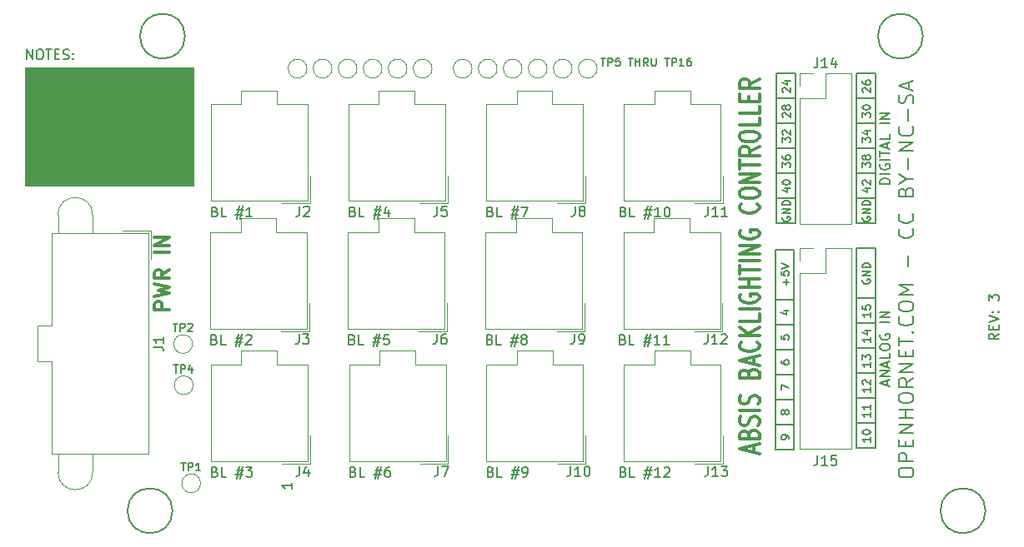
<source format=gbr>
G04 #@! TF.GenerationSoftware,KiCad,Pcbnew,(5.1.6)-1*
G04 #@! TF.CreationDate,2020-12-22T16:43:39+11:00*
G04 #@! TF.ProjectId,ABSIS_Backlight_Controller,41425349-535f-4426-9163-6b6c69676874,rev?*
G04 #@! TF.SameCoordinates,Original*
G04 #@! TF.FileFunction,Legend,Top*
G04 #@! TF.FilePolarity,Positive*
%FSLAX46Y46*%
G04 Gerber Fmt 4.6, Leading zero omitted, Abs format (unit mm)*
G04 Created by KiCad (PCBNEW (5.1.6)-1) date 2020-12-22 16:43:39*
%MOMM*%
%LPD*%
G01*
G04 APERTURE LIST*
%ADD10C,0.150000*%
%ADD11C,0.100000*%
%ADD12C,0.200000*%
%ADD13C,0.300000*%
%ADD14C,0.120000*%
G04 APERTURE END LIST*
D10*
X163138428Y-73094904D02*
X163595571Y-73094904D01*
X163367000Y-73894904D02*
X163367000Y-73094904D01*
X163862238Y-73894904D02*
X163862238Y-73094904D01*
X164167000Y-73094904D01*
X164243190Y-73133000D01*
X164281285Y-73171095D01*
X164319380Y-73247285D01*
X164319380Y-73361571D01*
X164281285Y-73437761D01*
X164243190Y-73475857D01*
X164167000Y-73513952D01*
X163862238Y-73513952D01*
X165043190Y-73094904D02*
X164662238Y-73094904D01*
X164624142Y-73475857D01*
X164662238Y-73437761D01*
X164738428Y-73399666D01*
X164928904Y-73399666D01*
X165005095Y-73437761D01*
X165043190Y-73475857D01*
X165081285Y-73552047D01*
X165081285Y-73742523D01*
X165043190Y-73818714D01*
X165005095Y-73856809D01*
X164928904Y-73894904D01*
X164738428Y-73894904D01*
X164662238Y-73856809D01*
X164624142Y-73818714D01*
X165919380Y-73094904D02*
X166376523Y-73094904D01*
X166147952Y-73894904D02*
X166147952Y-73094904D01*
X166643190Y-73894904D02*
X166643190Y-73094904D01*
X166643190Y-73475857D02*
X167100333Y-73475857D01*
X167100333Y-73894904D02*
X167100333Y-73094904D01*
X167938428Y-73894904D02*
X167671761Y-73513952D01*
X167481285Y-73894904D02*
X167481285Y-73094904D01*
X167786047Y-73094904D01*
X167862238Y-73133000D01*
X167900333Y-73171095D01*
X167938428Y-73247285D01*
X167938428Y-73361571D01*
X167900333Y-73437761D01*
X167862238Y-73475857D01*
X167786047Y-73513952D01*
X167481285Y-73513952D01*
X168281285Y-73094904D02*
X168281285Y-73742523D01*
X168319380Y-73818714D01*
X168357476Y-73856809D01*
X168433666Y-73894904D01*
X168586047Y-73894904D01*
X168662238Y-73856809D01*
X168700333Y-73818714D01*
X168738428Y-73742523D01*
X168738428Y-73094904D01*
X169614619Y-73094904D02*
X170071761Y-73094904D01*
X169843190Y-73894904D02*
X169843190Y-73094904D01*
X170338428Y-73894904D02*
X170338428Y-73094904D01*
X170643190Y-73094904D01*
X170719380Y-73133000D01*
X170757476Y-73171095D01*
X170795571Y-73247285D01*
X170795571Y-73361571D01*
X170757476Y-73437761D01*
X170719380Y-73475857D01*
X170643190Y-73513952D01*
X170338428Y-73513952D01*
X171557476Y-73894904D02*
X171100333Y-73894904D01*
X171328904Y-73894904D02*
X171328904Y-73094904D01*
X171252714Y-73209190D01*
X171176523Y-73285380D01*
X171100333Y-73323476D01*
X172243190Y-73094904D02*
X172090809Y-73094904D01*
X172014619Y-73133000D01*
X171976523Y-73171095D01*
X171900333Y-73285380D01*
X171862238Y-73437761D01*
X171862238Y-73742523D01*
X171900333Y-73818714D01*
X171938428Y-73856809D01*
X172014619Y-73894904D01*
X172167000Y-73894904D01*
X172243190Y-73856809D01*
X172281285Y-73818714D01*
X172319380Y-73742523D01*
X172319380Y-73552047D01*
X172281285Y-73475857D01*
X172243190Y-73437761D01*
X172167000Y-73399666D01*
X172014619Y-73399666D01*
X171938428Y-73437761D01*
X171900333Y-73475857D01*
X171862238Y-73552047D01*
X104830857Y-73223380D02*
X104830857Y-72223380D01*
X105402285Y-73223380D01*
X105402285Y-72223380D01*
X106068952Y-72223380D02*
X106259428Y-72223380D01*
X106354666Y-72271000D01*
X106449904Y-72366238D01*
X106497523Y-72556714D01*
X106497523Y-72890047D01*
X106449904Y-73080523D01*
X106354666Y-73175761D01*
X106259428Y-73223380D01*
X106068952Y-73223380D01*
X105973714Y-73175761D01*
X105878476Y-73080523D01*
X105830857Y-72890047D01*
X105830857Y-72556714D01*
X105878476Y-72366238D01*
X105973714Y-72271000D01*
X106068952Y-72223380D01*
X106783238Y-72223380D02*
X107354666Y-72223380D01*
X107068952Y-73223380D02*
X107068952Y-72223380D01*
X107688000Y-72699571D02*
X108021333Y-72699571D01*
X108164190Y-73223380D02*
X107688000Y-73223380D01*
X107688000Y-72223380D01*
X108164190Y-72223380D01*
X108545142Y-73175761D02*
X108688000Y-73223380D01*
X108926095Y-73223380D01*
X109021333Y-73175761D01*
X109068952Y-73128142D01*
X109116571Y-73032904D01*
X109116571Y-72937666D01*
X109068952Y-72842428D01*
X109021333Y-72794809D01*
X108926095Y-72747190D01*
X108735619Y-72699571D01*
X108640380Y-72651952D01*
X108592761Y-72604333D01*
X108545142Y-72509095D01*
X108545142Y-72413857D01*
X108592761Y-72318619D01*
X108640380Y-72271000D01*
X108735619Y-72223380D01*
X108973714Y-72223380D01*
X109116571Y-72271000D01*
X109545142Y-73128142D02*
X109592761Y-73175761D01*
X109545142Y-73223380D01*
X109497523Y-73175761D01*
X109545142Y-73128142D01*
X109545142Y-73223380D01*
X109545142Y-72604333D02*
X109592761Y-72651952D01*
X109545142Y-72699571D01*
X109497523Y-72651952D01*
X109545142Y-72604333D01*
X109545142Y-72699571D01*
D11*
G36*
X121793000Y-86106000D02*
G01*
X104648000Y-86106000D01*
X104648000Y-74041000D01*
X121793000Y-74041000D01*
X121793000Y-86106000D01*
G37*
X121793000Y-86106000D02*
X104648000Y-86106000D01*
X104648000Y-74041000D01*
X121793000Y-74041000D01*
X121793000Y-86106000D01*
D10*
X181591000Y-89255523D02*
X181552904Y-89331714D01*
X181552904Y-89446000D01*
X181591000Y-89560285D01*
X181667190Y-89636476D01*
X181743380Y-89674571D01*
X181895761Y-89712666D01*
X182010047Y-89712666D01*
X182162428Y-89674571D01*
X182238619Y-89636476D01*
X182314809Y-89560285D01*
X182352904Y-89446000D01*
X182352904Y-89369809D01*
X182314809Y-89255523D01*
X182276714Y-89217428D01*
X182010047Y-89217428D01*
X182010047Y-89369809D01*
X182352904Y-88874571D02*
X181552904Y-88874571D01*
X182352904Y-88417428D01*
X181552904Y-88417428D01*
X182352904Y-88036476D02*
X181552904Y-88036476D01*
X181552904Y-87846000D01*
X181591000Y-87731714D01*
X181667190Y-87655523D01*
X181743380Y-87617428D01*
X181895761Y-87579333D01*
X182010047Y-87579333D01*
X182162428Y-87617428D01*
X182238619Y-87655523D01*
X182314809Y-87731714D01*
X182352904Y-87846000D01*
X182352904Y-88036476D01*
X181552904Y-84213619D02*
X181552904Y-83718380D01*
X181857666Y-83985047D01*
X181857666Y-83870761D01*
X181895761Y-83794571D01*
X181933857Y-83756476D01*
X182010047Y-83718380D01*
X182200523Y-83718380D01*
X182276714Y-83756476D01*
X182314809Y-83794571D01*
X182352904Y-83870761D01*
X182352904Y-84099333D01*
X182314809Y-84175523D01*
X182276714Y-84213619D01*
X181552904Y-83032666D02*
X181552904Y-83185047D01*
X181591000Y-83261238D01*
X181629095Y-83299333D01*
X181743380Y-83375523D01*
X181895761Y-83413619D01*
X182200523Y-83413619D01*
X182276714Y-83375523D01*
X182314809Y-83337428D01*
X182352904Y-83261238D01*
X182352904Y-83108857D01*
X182314809Y-83032666D01*
X182276714Y-82994571D01*
X182200523Y-82956476D01*
X182010047Y-82956476D01*
X181933857Y-82994571D01*
X181895761Y-83032666D01*
X181857666Y-83108857D01*
X181857666Y-83261238D01*
X181895761Y-83337428D01*
X181933857Y-83375523D01*
X182010047Y-83413619D01*
X181629095Y-76555523D02*
X181591000Y-76517428D01*
X181552904Y-76441238D01*
X181552904Y-76250761D01*
X181591000Y-76174571D01*
X181629095Y-76136476D01*
X181705285Y-76098380D01*
X181781476Y-76098380D01*
X181895761Y-76136476D01*
X182352904Y-76593619D01*
X182352904Y-76098380D01*
X181819571Y-75412666D02*
X182352904Y-75412666D01*
X181514809Y-75603142D02*
X182086238Y-75793619D01*
X182086238Y-75298380D01*
X181629095Y-79095523D02*
X181591000Y-79057428D01*
X181552904Y-78981238D01*
X181552904Y-78790761D01*
X181591000Y-78714571D01*
X181629095Y-78676476D01*
X181705285Y-78638380D01*
X181781476Y-78638380D01*
X181895761Y-78676476D01*
X182352904Y-79133619D01*
X182352904Y-78638380D01*
X181895761Y-78181238D02*
X181857666Y-78257428D01*
X181819571Y-78295523D01*
X181743380Y-78333619D01*
X181705285Y-78333619D01*
X181629095Y-78295523D01*
X181591000Y-78257428D01*
X181552904Y-78181238D01*
X181552904Y-78028857D01*
X181591000Y-77952666D01*
X181629095Y-77914571D01*
X181705285Y-77876476D01*
X181743380Y-77876476D01*
X181819571Y-77914571D01*
X181857666Y-77952666D01*
X181895761Y-78028857D01*
X181895761Y-78181238D01*
X181933857Y-78257428D01*
X181971952Y-78295523D01*
X182048142Y-78333619D01*
X182200523Y-78333619D01*
X182276714Y-78295523D01*
X182314809Y-78257428D01*
X182352904Y-78181238D01*
X182352904Y-78028857D01*
X182314809Y-77952666D01*
X182276714Y-77914571D01*
X182200523Y-77876476D01*
X182048142Y-77876476D01*
X181971952Y-77914571D01*
X181933857Y-77952666D01*
X181895761Y-78028857D01*
X181552904Y-81673619D02*
X181552904Y-81178380D01*
X181857666Y-81445047D01*
X181857666Y-81330761D01*
X181895761Y-81254571D01*
X181933857Y-81216476D01*
X182010047Y-81178380D01*
X182200523Y-81178380D01*
X182276714Y-81216476D01*
X182314809Y-81254571D01*
X182352904Y-81330761D01*
X182352904Y-81559333D01*
X182314809Y-81635523D01*
X182276714Y-81673619D01*
X181629095Y-80873619D02*
X181591000Y-80835523D01*
X181552904Y-80759333D01*
X181552904Y-80568857D01*
X181591000Y-80492666D01*
X181629095Y-80454571D01*
X181705285Y-80416476D01*
X181781476Y-80416476D01*
X181895761Y-80454571D01*
X182352904Y-80911714D01*
X182352904Y-80416476D01*
X181819571Y-86334571D02*
X182352904Y-86334571D01*
X181514809Y-86525047D02*
X182086238Y-86715523D01*
X182086238Y-86220285D01*
X181552904Y-85763142D02*
X181552904Y-85686952D01*
X181591000Y-85610761D01*
X181629095Y-85572666D01*
X181705285Y-85534571D01*
X181857666Y-85496476D01*
X182048142Y-85496476D01*
X182200523Y-85534571D01*
X182276714Y-85572666D01*
X182314809Y-85610761D01*
X182352904Y-85686952D01*
X182352904Y-85763142D01*
X182314809Y-85839333D01*
X182276714Y-85877428D01*
X182200523Y-85915523D01*
X182048142Y-85953619D01*
X181857666Y-85953619D01*
X181705285Y-85915523D01*
X181629095Y-85877428D01*
X181591000Y-85839333D01*
X181552904Y-85763142D01*
X180975000Y-89916000D02*
X180975000Y-74676000D01*
X180975000Y-77216000D02*
X182880000Y-77216000D01*
X180975000Y-87376000D02*
X182880000Y-87376000D01*
X182880000Y-74676000D02*
X182880000Y-89916000D01*
X182880000Y-89916000D02*
X180975000Y-89916000D01*
X180975000Y-74676000D02*
X182880000Y-74676000D01*
X180975000Y-84836000D02*
X182880000Y-84836000D01*
X180975000Y-79756000D02*
X182880000Y-79756000D01*
X180975000Y-82296000D02*
X182880000Y-82296000D01*
X189103000Y-87376000D02*
X191008000Y-87376000D01*
X189103000Y-84836000D02*
X191008000Y-84836000D01*
X189103000Y-82296000D02*
X191008000Y-82296000D01*
X189103000Y-79756000D02*
X191008000Y-79756000D01*
X189103000Y-77216000D02*
X191008000Y-77216000D01*
X189103000Y-89916000D02*
X189103000Y-74676000D01*
X191008000Y-89916000D02*
X189103000Y-89916000D01*
X191008000Y-74676000D02*
X191008000Y-89916000D01*
X189103000Y-74676000D02*
X191008000Y-74676000D01*
X189757095Y-76555523D02*
X189719000Y-76517428D01*
X189680904Y-76441238D01*
X189680904Y-76250761D01*
X189719000Y-76174571D01*
X189757095Y-76136476D01*
X189833285Y-76098380D01*
X189909476Y-76098380D01*
X190023761Y-76136476D01*
X190480904Y-76593619D01*
X190480904Y-76098380D01*
X189680904Y-75412666D02*
X189680904Y-75565047D01*
X189719000Y-75641238D01*
X189757095Y-75679333D01*
X189871380Y-75755523D01*
X190023761Y-75793619D01*
X190328523Y-75793619D01*
X190404714Y-75755523D01*
X190442809Y-75717428D01*
X190480904Y-75641238D01*
X190480904Y-75488857D01*
X190442809Y-75412666D01*
X190404714Y-75374571D01*
X190328523Y-75336476D01*
X190138047Y-75336476D01*
X190061857Y-75374571D01*
X190023761Y-75412666D01*
X189985666Y-75488857D01*
X189985666Y-75641238D01*
X190023761Y-75717428D01*
X190061857Y-75755523D01*
X190138047Y-75793619D01*
X189680904Y-79133619D02*
X189680904Y-78638380D01*
X189985666Y-78905047D01*
X189985666Y-78790761D01*
X190023761Y-78714571D01*
X190061857Y-78676476D01*
X190138047Y-78638380D01*
X190328523Y-78638380D01*
X190404714Y-78676476D01*
X190442809Y-78714571D01*
X190480904Y-78790761D01*
X190480904Y-79019333D01*
X190442809Y-79095523D01*
X190404714Y-79133619D01*
X189680904Y-78143142D02*
X189680904Y-78066952D01*
X189719000Y-77990761D01*
X189757095Y-77952666D01*
X189833285Y-77914571D01*
X189985666Y-77876476D01*
X190176142Y-77876476D01*
X190328523Y-77914571D01*
X190404714Y-77952666D01*
X190442809Y-77990761D01*
X190480904Y-78066952D01*
X190480904Y-78143142D01*
X190442809Y-78219333D01*
X190404714Y-78257428D01*
X190328523Y-78295523D01*
X190176142Y-78333619D01*
X189985666Y-78333619D01*
X189833285Y-78295523D01*
X189757095Y-78257428D01*
X189719000Y-78219333D01*
X189680904Y-78143142D01*
X189680904Y-81673619D02*
X189680904Y-81178380D01*
X189985666Y-81445047D01*
X189985666Y-81330761D01*
X190023761Y-81254571D01*
X190061857Y-81216476D01*
X190138047Y-81178380D01*
X190328523Y-81178380D01*
X190404714Y-81216476D01*
X190442809Y-81254571D01*
X190480904Y-81330761D01*
X190480904Y-81559333D01*
X190442809Y-81635523D01*
X190404714Y-81673619D01*
X189947571Y-80492666D02*
X190480904Y-80492666D01*
X189642809Y-80683142D02*
X190214238Y-80873619D01*
X190214238Y-80378380D01*
X189680904Y-84213619D02*
X189680904Y-83718380D01*
X189985666Y-83985047D01*
X189985666Y-83870761D01*
X190023761Y-83794571D01*
X190061857Y-83756476D01*
X190138047Y-83718380D01*
X190328523Y-83718380D01*
X190404714Y-83756476D01*
X190442809Y-83794571D01*
X190480904Y-83870761D01*
X190480904Y-84099333D01*
X190442809Y-84175523D01*
X190404714Y-84213619D01*
X190023761Y-83261238D02*
X189985666Y-83337428D01*
X189947571Y-83375523D01*
X189871380Y-83413619D01*
X189833285Y-83413619D01*
X189757095Y-83375523D01*
X189719000Y-83337428D01*
X189680904Y-83261238D01*
X189680904Y-83108857D01*
X189719000Y-83032666D01*
X189757095Y-82994571D01*
X189833285Y-82956476D01*
X189871380Y-82956476D01*
X189947571Y-82994571D01*
X189985666Y-83032666D01*
X190023761Y-83108857D01*
X190023761Y-83261238D01*
X190061857Y-83337428D01*
X190099952Y-83375523D01*
X190176142Y-83413619D01*
X190328523Y-83413619D01*
X190404714Y-83375523D01*
X190442809Y-83337428D01*
X190480904Y-83261238D01*
X190480904Y-83108857D01*
X190442809Y-83032666D01*
X190404714Y-82994571D01*
X190328523Y-82956476D01*
X190176142Y-82956476D01*
X190099952Y-82994571D01*
X190061857Y-83032666D01*
X190023761Y-83108857D01*
X189947571Y-86334571D02*
X190480904Y-86334571D01*
X189642809Y-86525047D02*
X190214238Y-86715523D01*
X190214238Y-86220285D01*
X189757095Y-85953619D02*
X189719000Y-85915523D01*
X189680904Y-85839333D01*
X189680904Y-85648857D01*
X189719000Y-85572666D01*
X189757095Y-85534571D01*
X189833285Y-85496476D01*
X189909476Y-85496476D01*
X190023761Y-85534571D01*
X190480904Y-85991714D01*
X190480904Y-85496476D01*
X189719000Y-89255523D02*
X189680904Y-89331714D01*
X189680904Y-89446000D01*
X189719000Y-89560285D01*
X189795190Y-89636476D01*
X189871380Y-89674571D01*
X190023761Y-89712666D01*
X190138047Y-89712666D01*
X190290428Y-89674571D01*
X190366619Y-89636476D01*
X190442809Y-89560285D01*
X190480904Y-89446000D01*
X190480904Y-89369809D01*
X190442809Y-89255523D01*
X190404714Y-89217428D01*
X190138047Y-89217428D01*
X190138047Y-89369809D01*
X190480904Y-88874571D02*
X189680904Y-88874571D01*
X190480904Y-88417428D01*
X189680904Y-88417428D01*
X190480904Y-88036476D02*
X189680904Y-88036476D01*
X189680904Y-87846000D01*
X189719000Y-87731714D01*
X189795190Y-87655523D01*
X189871380Y-87617428D01*
X190023761Y-87579333D01*
X190138047Y-87579333D01*
X190290428Y-87617428D01*
X190366619Y-87655523D01*
X190442809Y-87731714D01*
X190480904Y-87846000D01*
X190480904Y-88036476D01*
X181425904Y-103860619D02*
X181425904Y-104013000D01*
X181464000Y-104089190D01*
X181502095Y-104127285D01*
X181616380Y-104203476D01*
X181768761Y-104241571D01*
X182073523Y-104241571D01*
X182149714Y-104203476D01*
X182187809Y-104165380D01*
X182225904Y-104089190D01*
X182225904Y-103936809D01*
X182187809Y-103860619D01*
X182149714Y-103822523D01*
X182073523Y-103784428D01*
X181883047Y-103784428D01*
X181806857Y-103822523D01*
X181768761Y-103860619D01*
X181730666Y-103936809D01*
X181730666Y-104089190D01*
X181768761Y-104165380D01*
X181806857Y-104203476D01*
X181883047Y-104241571D01*
X181921142Y-96151571D02*
X181921142Y-95542047D01*
X182225904Y-95846809D02*
X181616380Y-95846809D01*
X181425904Y-94780142D02*
X181425904Y-95161095D01*
X181806857Y-95199190D01*
X181768761Y-95161095D01*
X181730666Y-95084904D01*
X181730666Y-94894428D01*
X181768761Y-94818238D01*
X181806857Y-94780142D01*
X181883047Y-94742047D01*
X182073523Y-94742047D01*
X182149714Y-94780142D01*
X182187809Y-94818238D01*
X182225904Y-94894428D01*
X182225904Y-95084904D01*
X182187809Y-95161095D01*
X182149714Y-95199190D01*
X181425904Y-94513476D02*
X182225904Y-94246809D01*
X181425904Y-93980142D01*
X181425904Y-101282523D02*
X181425904Y-101663476D01*
X181806857Y-101701571D01*
X181768761Y-101663476D01*
X181730666Y-101587285D01*
X181730666Y-101396809D01*
X181768761Y-101320619D01*
X181806857Y-101282523D01*
X181883047Y-101244428D01*
X182073523Y-101244428D01*
X182149714Y-101282523D01*
X182187809Y-101320619D01*
X182225904Y-101396809D01*
X182225904Y-101587285D01*
X182187809Y-101663476D01*
X182149714Y-101701571D01*
X181425904Y-106819666D02*
X181425904Y-106286333D01*
X182225904Y-106629190D01*
X181692571Y-98780619D02*
X182225904Y-98780619D01*
X181387809Y-98971095D02*
X181959238Y-99161571D01*
X181959238Y-98666333D01*
X181768761Y-109169190D02*
X181730666Y-109245380D01*
X181692571Y-109283476D01*
X181616380Y-109321571D01*
X181578285Y-109321571D01*
X181502095Y-109283476D01*
X181464000Y-109245380D01*
X181425904Y-109169190D01*
X181425904Y-109016809D01*
X181464000Y-108940619D01*
X181502095Y-108902523D01*
X181578285Y-108864428D01*
X181616380Y-108864428D01*
X181692571Y-108902523D01*
X181730666Y-108940619D01*
X181768761Y-109016809D01*
X181768761Y-109169190D01*
X181806857Y-109245380D01*
X181844952Y-109283476D01*
X181921142Y-109321571D01*
X182073523Y-109321571D01*
X182149714Y-109283476D01*
X182187809Y-109245380D01*
X182225904Y-109169190D01*
X182225904Y-109016809D01*
X182187809Y-108940619D01*
X182149714Y-108902523D01*
X182073523Y-108864428D01*
X181921142Y-108864428D01*
X181844952Y-108902523D01*
X181806857Y-108940619D01*
X181768761Y-109016809D01*
X182225904Y-111785380D02*
X182225904Y-111633000D01*
X182187809Y-111556809D01*
X182149714Y-111518714D01*
X182035428Y-111442523D01*
X181883047Y-111404428D01*
X181578285Y-111404428D01*
X181502095Y-111442523D01*
X181464000Y-111480619D01*
X181425904Y-111556809D01*
X181425904Y-111709190D01*
X181464000Y-111785380D01*
X181502095Y-111823476D01*
X181578285Y-111861571D01*
X181768761Y-111861571D01*
X181844952Y-111823476D01*
X181883047Y-111785380D01*
X181921142Y-111709190D01*
X181921142Y-111556809D01*
X181883047Y-111480619D01*
X181844952Y-111442523D01*
X181768761Y-111404428D01*
X180848000Y-97663000D02*
X180848000Y-112903000D01*
X182753000Y-97663000D02*
X182753000Y-100203000D01*
X182753000Y-107823000D02*
X182753000Y-110363000D01*
X182753000Y-105283000D02*
X180848000Y-105283000D01*
X180848000Y-92583000D02*
X180848000Y-97663000D01*
X182753000Y-112903000D02*
X180848000Y-112903000D01*
X182753000Y-107823000D02*
X180848000Y-107823000D01*
X182753000Y-97663000D02*
X182753000Y-92583000D01*
X182753000Y-105283000D02*
X182753000Y-107823000D01*
X182753000Y-100203000D02*
X182753000Y-102743000D01*
X182753000Y-110363000D02*
X180848000Y-110363000D01*
X182753000Y-102743000D02*
X182753000Y-105283000D01*
X182753000Y-100203000D02*
X180848000Y-100203000D01*
X180848000Y-97663000D02*
X182753000Y-97663000D01*
X182753000Y-102743000D02*
X180848000Y-102743000D01*
X182753000Y-92583000D02*
X180848000Y-92583000D01*
X182753000Y-110363000D02*
X182753000Y-112903000D01*
X182626000Y-110363000D02*
X182753000Y-110363000D01*
X190480904Y-111658380D02*
X190480904Y-112115523D01*
X190480904Y-111886952D02*
X189680904Y-111886952D01*
X189795190Y-111963142D01*
X189871380Y-112039333D01*
X189909476Y-112115523D01*
X189680904Y-111163142D02*
X189680904Y-111086952D01*
X189719000Y-111010761D01*
X189757095Y-110972666D01*
X189833285Y-110934571D01*
X189985666Y-110896476D01*
X190176142Y-110896476D01*
X190328523Y-110934571D01*
X190404714Y-110972666D01*
X190442809Y-111010761D01*
X190480904Y-111086952D01*
X190480904Y-111163142D01*
X190442809Y-111239333D01*
X190404714Y-111277428D01*
X190328523Y-111315523D01*
X190176142Y-111353619D01*
X189985666Y-111353619D01*
X189833285Y-111315523D01*
X189757095Y-111277428D01*
X189719000Y-111239333D01*
X189680904Y-111163142D01*
X190480904Y-109118380D02*
X190480904Y-109575523D01*
X190480904Y-109346952D02*
X189680904Y-109346952D01*
X189795190Y-109423142D01*
X189871380Y-109499333D01*
X189909476Y-109575523D01*
X190480904Y-108356476D02*
X190480904Y-108813619D01*
X190480904Y-108585047D02*
X189680904Y-108585047D01*
X189795190Y-108661238D01*
X189871380Y-108737428D01*
X189909476Y-108813619D01*
X190480904Y-106578380D02*
X190480904Y-107035523D01*
X190480904Y-106806952D02*
X189680904Y-106806952D01*
X189795190Y-106883142D01*
X189871380Y-106959333D01*
X189909476Y-107035523D01*
X189757095Y-106273619D02*
X189719000Y-106235523D01*
X189680904Y-106159333D01*
X189680904Y-105968857D01*
X189719000Y-105892666D01*
X189757095Y-105854571D01*
X189833285Y-105816476D01*
X189909476Y-105816476D01*
X190023761Y-105854571D01*
X190480904Y-106311714D01*
X190480904Y-105816476D01*
X190480904Y-104038380D02*
X190480904Y-104495523D01*
X190480904Y-104266952D02*
X189680904Y-104266952D01*
X189795190Y-104343142D01*
X189871380Y-104419333D01*
X189909476Y-104495523D01*
X189680904Y-103771714D02*
X189680904Y-103276476D01*
X189985666Y-103543142D01*
X189985666Y-103428857D01*
X190023761Y-103352666D01*
X190061857Y-103314571D01*
X190138047Y-103276476D01*
X190328523Y-103276476D01*
X190404714Y-103314571D01*
X190442809Y-103352666D01*
X190480904Y-103428857D01*
X190480904Y-103657428D01*
X190442809Y-103733619D01*
X190404714Y-103771714D01*
X190480904Y-101498380D02*
X190480904Y-101955523D01*
X190480904Y-101726952D02*
X189680904Y-101726952D01*
X189795190Y-101803142D01*
X189871380Y-101879333D01*
X189909476Y-101955523D01*
X189947571Y-100812666D02*
X190480904Y-100812666D01*
X189642809Y-101003142D02*
X190214238Y-101193619D01*
X190214238Y-100698380D01*
X190480904Y-98958380D02*
X190480904Y-99415523D01*
X190480904Y-99186952D02*
X189680904Y-99186952D01*
X189795190Y-99263142D01*
X189871380Y-99339333D01*
X189909476Y-99415523D01*
X189680904Y-98234571D02*
X189680904Y-98615523D01*
X190061857Y-98653619D01*
X190023761Y-98615523D01*
X189985666Y-98539333D01*
X189985666Y-98348857D01*
X190023761Y-98272666D01*
X190061857Y-98234571D01*
X190138047Y-98196476D01*
X190328523Y-98196476D01*
X190404714Y-98234571D01*
X190442809Y-98272666D01*
X190480904Y-98348857D01*
X190480904Y-98539333D01*
X190442809Y-98615523D01*
X190404714Y-98653619D01*
X189103000Y-97536000D02*
X189103000Y-112776000D01*
X191008000Y-112776000D02*
X189103000Y-112776000D01*
X191008000Y-110236000D02*
X191008000Y-112776000D01*
X190881000Y-110236000D02*
X191008000Y-110236000D01*
X191008000Y-110236000D02*
X189103000Y-110236000D01*
X191008000Y-107696000D02*
X191008000Y-110236000D01*
X191008000Y-107696000D02*
X189103000Y-107696000D01*
X191008000Y-105156000D02*
X191008000Y-107696000D01*
X191008000Y-105156000D02*
X189103000Y-105156000D01*
X191008000Y-102616000D02*
X191008000Y-105156000D01*
X191008000Y-102616000D02*
X189103000Y-102616000D01*
X191008000Y-100076000D02*
X191008000Y-102616000D01*
X191008000Y-100076000D02*
X189103000Y-100076000D01*
X191008000Y-97536000D02*
X191008000Y-100076000D01*
X189103000Y-92456000D02*
X189103000Y-97536000D01*
X191008000Y-92456000D02*
X189103000Y-92456000D01*
X191008000Y-97536000D02*
X191008000Y-92456000D01*
X189103000Y-97536000D02*
X191008000Y-97536000D01*
X189719000Y-95605523D02*
X189680904Y-95681714D01*
X189680904Y-95796000D01*
X189719000Y-95910285D01*
X189795190Y-95986476D01*
X189871380Y-96024571D01*
X190023761Y-96062666D01*
X190138047Y-96062666D01*
X190290428Y-96024571D01*
X190366619Y-95986476D01*
X190442809Y-95910285D01*
X190480904Y-95796000D01*
X190480904Y-95719809D01*
X190442809Y-95605523D01*
X190404714Y-95567428D01*
X190138047Y-95567428D01*
X190138047Y-95719809D01*
X190480904Y-95224571D02*
X189680904Y-95224571D01*
X190480904Y-94767428D01*
X189680904Y-94767428D01*
X190480904Y-94386476D02*
X189680904Y-94386476D01*
X189680904Y-94196000D01*
X189719000Y-94081714D01*
X189795190Y-94005523D01*
X189871380Y-93967428D01*
X190023761Y-93929333D01*
X190138047Y-93929333D01*
X190290428Y-93967428D01*
X190366619Y-94005523D01*
X190442809Y-94081714D01*
X190480904Y-94196000D01*
X190480904Y-94386476D01*
X203525380Y-101107666D02*
X203049190Y-101441000D01*
X203525380Y-101679095D02*
X202525380Y-101679095D01*
X202525380Y-101298142D01*
X202573000Y-101202904D01*
X202620619Y-101155285D01*
X202715857Y-101107666D01*
X202858714Y-101107666D01*
X202953952Y-101155285D01*
X203001571Y-101202904D01*
X203049190Y-101298142D01*
X203049190Y-101679095D01*
X203001571Y-100679095D02*
X203001571Y-100345761D01*
X203525380Y-100202904D02*
X203525380Y-100679095D01*
X202525380Y-100679095D01*
X202525380Y-100202904D01*
X202525380Y-99917190D02*
X203525380Y-99583857D01*
X202525380Y-99250523D01*
X203430142Y-98917190D02*
X203477761Y-98869571D01*
X203525380Y-98917190D01*
X203477761Y-98964809D01*
X203430142Y-98917190D01*
X203525380Y-98917190D01*
X202906333Y-98917190D02*
X202953952Y-98869571D01*
X203001571Y-98917190D01*
X202953952Y-98964809D01*
X202906333Y-98917190D01*
X203001571Y-98917190D01*
X202525380Y-97774333D02*
X202525380Y-97155285D01*
X202906333Y-97488619D01*
X202906333Y-97345761D01*
X202953952Y-97250523D01*
X203001571Y-97202904D01*
X203096809Y-97155285D01*
X203334904Y-97155285D01*
X203430142Y-97202904D01*
X203477761Y-97250523D01*
X203525380Y-97345761D01*
X203525380Y-97631476D01*
X203477761Y-97726714D01*
X203430142Y-97774333D01*
D12*
X193361571Y-115381000D02*
X193361571Y-115095285D01*
X193433000Y-114952428D01*
X193575857Y-114809571D01*
X193861571Y-114738142D01*
X194361571Y-114738142D01*
X194647285Y-114809571D01*
X194790142Y-114952428D01*
X194861571Y-115095285D01*
X194861571Y-115381000D01*
X194790142Y-115523857D01*
X194647285Y-115666714D01*
X194361571Y-115738142D01*
X193861571Y-115738142D01*
X193575857Y-115666714D01*
X193433000Y-115523857D01*
X193361571Y-115381000D01*
X194861571Y-114095285D02*
X193361571Y-114095285D01*
X193361571Y-113523857D01*
X193433000Y-113381000D01*
X193504428Y-113309571D01*
X193647285Y-113238142D01*
X193861571Y-113238142D01*
X194004428Y-113309571D01*
X194075857Y-113381000D01*
X194147285Y-113523857D01*
X194147285Y-114095285D01*
X194075857Y-112595285D02*
X194075857Y-112095285D01*
X194861571Y-111881000D02*
X194861571Y-112595285D01*
X193361571Y-112595285D01*
X193361571Y-111881000D01*
X194861571Y-111238142D02*
X193361571Y-111238142D01*
X194861571Y-110381000D01*
X193361571Y-110381000D01*
X194861571Y-109666714D02*
X193361571Y-109666714D01*
X194075857Y-109666714D02*
X194075857Y-108809571D01*
X194861571Y-108809571D02*
X193361571Y-108809571D01*
X193361571Y-107809571D02*
X193361571Y-107523857D01*
X193433000Y-107381000D01*
X193575857Y-107238142D01*
X193861571Y-107166714D01*
X194361571Y-107166714D01*
X194647285Y-107238142D01*
X194790142Y-107381000D01*
X194861571Y-107523857D01*
X194861571Y-107809571D01*
X194790142Y-107952428D01*
X194647285Y-108095285D01*
X194361571Y-108166714D01*
X193861571Y-108166714D01*
X193575857Y-108095285D01*
X193433000Y-107952428D01*
X193361571Y-107809571D01*
X194861571Y-105666714D02*
X194147285Y-106166714D01*
X194861571Y-106523857D02*
X193361571Y-106523857D01*
X193361571Y-105952428D01*
X193433000Y-105809571D01*
X193504428Y-105738142D01*
X193647285Y-105666714D01*
X193861571Y-105666714D01*
X194004428Y-105738142D01*
X194075857Y-105809571D01*
X194147285Y-105952428D01*
X194147285Y-106523857D01*
X194861571Y-105023857D02*
X193361571Y-105023857D01*
X194861571Y-104166714D01*
X193361571Y-104166714D01*
X194075857Y-103452428D02*
X194075857Y-102952428D01*
X194861571Y-102738142D02*
X194861571Y-103452428D01*
X193361571Y-103452428D01*
X193361571Y-102738142D01*
X193361571Y-102309571D02*
X193361571Y-101452428D01*
X194861571Y-101881000D02*
X193361571Y-101881000D01*
X194718714Y-100952428D02*
X194790142Y-100881000D01*
X194861571Y-100952428D01*
X194790142Y-101023857D01*
X194718714Y-100952428D01*
X194861571Y-100952428D01*
X194718714Y-99381000D02*
X194790142Y-99452428D01*
X194861571Y-99666714D01*
X194861571Y-99809571D01*
X194790142Y-100023857D01*
X194647285Y-100166714D01*
X194504428Y-100238142D01*
X194218714Y-100309571D01*
X194004428Y-100309571D01*
X193718714Y-100238142D01*
X193575857Y-100166714D01*
X193433000Y-100023857D01*
X193361571Y-99809571D01*
X193361571Y-99666714D01*
X193433000Y-99452428D01*
X193504428Y-99381000D01*
X193361571Y-98452428D02*
X193361571Y-98166714D01*
X193433000Y-98023857D01*
X193575857Y-97881000D01*
X193861571Y-97809571D01*
X194361571Y-97809571D01*
X194647285Y-97881000D01*
X194790142Y-98023857D01*
X194861571Y-98166714D01*
X194861571Y-98452428D01*
X194790142Y-98595285D01*
X194647285Y-98738142D01*
X194361571Y-98809571D01*
X193861571Y-98809571D01*
X193575857Y-98738142D01*
X193433000Y-98595285D01*
X193361571Y-98452428D01*
X194861571Y-97166714D02*
X193361571Y-97166714D01*
X194433000Y-96666714D01*
X193361571Y-96166714D01*
X194861571Y-96166714D01*
X194290142Y-94309571D02*
X194290142Y-93166714D01*
X194718714Y-90452428D02*
X194790142Y-90523857D01*
X194861571Y-90738142D01*
X194861571Y-90881000D01*
X194790142Y-91095285D01*
X194647285Y-91238142D01*
X194504428Y-91309571D01*
X194218714Y-91381000D01*
X194004428Y-91381000D01*
X193718714Y-91309571D01*
X193575857Y-91238142D01*
X193433000Y-91095285D01*
X193361571Y-90881000D01*
X193361571Y-90738142D01*
X193433000Y-90523857D01*
X193504428Y-90452428D01*
X194718714Y-88952428D02*
X194790142Y-89023857D01*
X194861571Y-89238142D01*
X194861571Y-89381000D01*
X194790142Y-89595285D01*
X194647285Y-89738142D01*
X194504428Y-89809571D01*
X194218714Y-89881000D01*
X194004428Y-89881000D01*
X193718714Y-89809571D01*
X193575857Y-89738142D01*
X193433000Y-89595285D01*
X193361571Y-89381000D01*
X193361571Y-89238142D01*
X193433000Y-89023857D01*
X193504428Y-88952428D01*
X194075857Y-86666714D02*
X194147285Y-86452428D01*
X194218714Y-86381000D01*
X194361571Y-86309571D01*
X194575857Y-86309571D01*
X194718714Y-86381000D01*
X194790142Y-86452428D01*
X194861571Y-86595285D01*
X194861571Y-87166714D01*
X193361571Y-87166714D01*
X193361571Y-86666714D01*
X193433000Y-86523857D01*
X193504428Y-86452428D01*
X193647285Y-86381000D01*
X193790142Y-86381000D01*
X193933000Y-86452428D01*
X194004428Y-86523857D01*
X194075857Y-86666714D01*
X194075857Y-87166714D01*
X194147285Y-85381000D02*
X194861571Y-85381000D01*
X193361571Y-85881000D02*
X194147285Y-85381000D01*
X193361571Y-84881000D01*
X194290142Y-84381000D02*
X194290142Y-83238142D01*
X194861571Y-82523857D02*
X193361571Y-82523857D01*
X194861571Y-81666714D01*
X193361571Y-81666714D01*
X194718714Y-80095285D02*
X194790142Y-80166714D01*
X194861571Y-80381000D01*
X194861571Y-80523857D01*
X194790142Y-80738142D01*
X194647285Y-80881000D01*
X194504428Y-80952428D01*
X194218714Y-81023857D01*
X194004428Y-81023857D01*
X193718714Y-80952428D01*
X193575857Y-80881000D01*
X193433000Y-80738142D01*
X193361571Y-80523857D01*
X193361571Y-80381000D01*
X193433000Y-80166714D01*
X193504428Y-80095285D01*
X194290142Y-79452428D02*
X194290142Y-78309571D01*
X194790142Y-77666714D02*
X194861571Y-77452428D01*
X194861571Y-77095285D01*
X194790142Y-76952428D01*
X194718714Y-76881000D01*
X194575857Y-76809571D01*
X194433000Y-76809571D01*
X194290142Y-76881000D01*
X194218714Y-76952428D01*
X194147285Y-77095285D01*
X194075857Y-77381000D01*
X194004428Y-77523857D01*
X193933000Y-77595285D01*
X193790142Y-77666714D01*
X193647285Y-77666714D01*
X193504428Y-77595285D01*
X193433000Y-77523857D01*
X193361571Y-77381000D01*
X193361571Y-77023857D01*
X193433000Y-76809571D01*
X194433000Y-76238142D02*
X194433000Y-75523857D01*
X194861571Y-76381000D02*
X193361571Y-75881000D01*
X194861571Y-75381000D01*
D13*
X178641333Y-113198285D02*
X178641333Y-112484000D01*
X179212761Y-113341142D02*
X177212761Y-112841142D01*
X179212761Y-112341142D01*
X178165142Y-111341142D02*
X178260380Y-111126857D01*
X178355619Y-111055428D01*
X178546095Y-110984000D01*
X178831809Y-110984000D01*
X179022285Y-111055428D01*
X179117523Y-111126857D01*
X179212761Y-111269714D01*
X179212761Y-111841142D01*
X177212761Y-111841142D01*
X177212761Y-111341142D01*
X177308000Y-111198285D01*
X177403238Y-111126857D01*
X177593714Y-111055428D01*
X177784190Y-111055428D01*
X177974666Y-111126857D01*
X178069904Y-111198285D01*
X178165142Y-111341142D01*
X178165142Y-111841142D01*
X179117523Y-110412571D02*
X179212761Y-110198285D01*
X179212761Y-109841142D01*
X179117523Y-109698285D01*
X179022285Y-109626857D01*
X178831809Y-109555428D01*
X178641333Y-109555428D01*
X178450857Y-109626857D01*
X178355619Y-109698285D01*
X178260380Y-109841142D01*
X178165142Y-110126857D01*
X178069904Y-110269714D01*
X177974666Y-110341142D01*
X177784190Y-110412571D01*
X177593714Y-110412571D01*
X177403238Y-110341142D01*
X177308000Y-110269714D01*
X177212761Y-110126857D01*
X177212761Y-109769714D01*
X177308000Y-109555428D01*
X179212761Y-108912571D02*
X177212761Y-108912571D01*
X179117523Y-108269714D02*
X179212761Y-108055428D01*
X179212761Y-107698285D01*
X179117523Y-107555428D01*
X179022285Y-107484000D01*
X178831809Y-107412571D01*
X178641333Y-107412571D01*
X178450857Y-107484000D01*
X178355619Y-107555428D01*
X178260380Y-107698285D01*
X178165142Y-107984000D01*
X178069904Y-108126857D01*
X177974666Y-108198285D01*
X177784190Y-108269714D01*
X177593714Y-108269714D01*
X177403238Y-108198285D01*
X177308000Y-108126857D01*
X177212761Y-107984000D01*
X177212761Y-107626857D01*
X177308000Y-107412571D01*
X178165142Y-105126857D02*
X178260380Y-104912571D01*
X178355619Y-104841142D01*
X178546095Y-104769714D01*
X178831809Y-104769714D01*
X179022285Y-104841142D01*
X179117523Y-104912571D01*
X179212761Y-105055428D01*
X179212761Y-105626857D01*
X177212761Y-105626857D01*
X177212761Y-105126857D01*
X177308000Y-104984000D01*
X177403238Y-104912571D01*
X177593714Y-104841142D01*
X177784190Y-104841142D01*
X177974666Y-104912571D01*
X178069904Y-104984000D01*
X178165142Y-105126857D01*
X178165142Y-105626857D01*
X178641333Y-104198285D02*
X178641333Y-103484000D01*
X179212761Y-104341142D02*
X177212761Y-103841142D01*
X179212761Y-103341142D01*
X179022285Y-101984000D02*
X179117523Y-102055428D01*
X179212761Y-102269714D01*
X179212761Y-102412571D01*
X179117523Y-102626857D01*
X178927047Y-102769714D01*
X178736571Y-102841142D01*
X178355619Y-102912571D01*
X178069904Y-102912571D01*
X177688952Y-102841142D01*
X177498476Y-102769714D01*
X177308000Y-102626857D01*
X177212761Y-102412571D01*
X177212761Y-102269714D01*
X177308000Y-102055428D01*
X177403238Y-101984000D01*
X179212761Y-101341142D02*
X177212761Y-101341142D01*
X179212761Y-100484000D02*
X178069904Y-101126857D01*
X177212761Y-100484000D02*
X178355619Y-101341142D01*
X179212761Y-99126857D02*
X179212761Y-99841142D01*
X177212761Y-99841142D01*
X179212761Y-98626857D02*
X177212761Y-98626857D01*
X177308000Y-97126857D02*
X177212761Y-97269714D01*
X177212761Y-97484000D01*
X177308000Y-97698285D01*
X177498476Y-97841142D01*
X177688952Y-97912571D01*
X178069904Y-97984000D01*
X178355619Y-97984000D01*
X178736571Y-97912571D01*
X178927047Y-97841142D01*
X179117523Y-97698285D01*
X179212761Y-97484000D01*
X179212761Y-97341142D01*
X179117523Y-97126857D01*
X179022285Y-97055428D01*
X178355619Y-97055428D01*
X178355619Y-97341142D01*
X179212761Y-96412571D02*
X177212761Y-96412571D01*
X178165142Y-96412571D02*
X178165142Y-95555428D01*
X179212761Y-95555428D02*
X177212761Y-95555428D01*
X177212761Y-95055428D02*
X177212761Y-94198285D01*
X179212761Y-94626857D02*
X177212761Y-94626857D01*
X179212761Y-93698285D02*
X177212761Y-93698285D01*
X179212761Y-92984000D02*
X177212761Y-92984000D01*
X179212761Y-92126857D01*
X177212761Y-92126857D01*
X177308000Y-90626857D02*
X177212761Y-90769714D01*
X177212761Y-90984000D01*
X177308000Y-91198285D01*
X177498476Y-91341142D01*
X177688952Y-91412571D01*
X178069904Y-91484000D01*
X178355619Y-91484000D01*
X178736571Y-91412571D01*
X178927047Y-91341142D01*
X179117523Y-91198285D01*
X179212761Y-90984000D01*
X179212761Y-90841142D01*
X179117523Y-90626857D01*
X179022285Y-90555428D01*
X178355619Y-90555428D01*
X178355619Y-90841142D01*
X179022285Y-87912571D02*
X179117523Y-87984000D01*
X179212761Y-88198285D01*
X179212761Y-88341142D01*
X179117523Y-88555428D01*
X178927047Y-88698285D01*
X178736571Y-88769714D01*
X178355619Y-88841142D01*
X178069904Y-88841142D01*
X177688952Y-88769714D01*
X177498476Y-88698285D01*
X177308000Y-88555428D01*
X177212761Y-88341142D01*
X177212761Y-88198285D01*
X177308000Y-87984000D01*
X177403238Y-87912571D01*
X177212761Y-86984000D02*
X177212761Y-86698285D01*
X177308000Y-86555428D01*
X177498476Y-86412571D01*
X177879428Y-86341142D01*
X178546095Y-86341142D01*
X178927047Y-86412571D01*
X179117523Y-86555428D01*
X179212761Y-86698285D01*
X179212761Y-86984000D01*
X179117523Y-87126857D01*
X178927047Y-87269714D01*
X178546095Y-87341142D01*
X177879428Y-87341142D01*
X177498476Y-87269714D01*
X177308000Y-87126857D01*
X177212761Y-86984000D01*
X179212761Y-85698285D02*
X177212761Y-85698285D01*
X179212761Y-84841142D01*
X177212761Y-84841142D01*
X177212761Y-84341142D02*
X177212761Y-83484000D01*
X179212761Y-83912571D02*
X177212761Y-83912571D01*
X179212761Y-82126857D02*
X178260380Y-82626857D01*
X179212761Y-82984000D02*
X177212761Y-82984000D01*
X177212761Y-82412571D01*
X177308000Y-82269714D01*
X177403238Y-82198285D01*
X177593714Y-82126857D01*
X177879428Y-82126857D01*
X178069904Y-82198285D01*
X178165142Y-82269714D01*
X178260380Y-82412571D01*
X178260380Y-82984000D01*
X177212761Y-81198285D02*
X177212761Y-80912571D01*
X177308000Y-80769714D01*
X177498476Y-80626857D01*
X177879428Y-80555428D01*
X178546095Y-80555428D01*
X178927047Y-80626857D01*
X179117523Y-80769714D01*
X179212761Y-80912571D01*
X179212761Y-81198285D01*
X179117523Y-81341142D01*
X178927047Y-81484000D01*
X178546095Y-81555428D01*
X177879428Y-81555428D01*
X177498476Y-81484000D01*
X177308000Y-81341142D01*
X177212761Y-81198285D01*
X179212761Y-79198285D02*
X179212761Y-79912571D01*
X177212761Y-79912571D01*
X179212761Y-77984000D02*
X179212761Y-78698285D01*
X177212761Y-78698285D01*
X178165142Y-77484000D02*
X178165142Y-76984000D01*
X179212761Y-76769714D02*
X179212761Y-77484000D01*
X177212761Y-77484000D01*
X177212761Y-76769714D01*
X179212761Y-75269714D02*
X178260380Y-75769714D01*
X179212761Y-76126857D02*
X177212761Y-76126857D01*
X177212761Y-75555428D01*
X177308000Y-75412571D01*
X177403238Y-75341142D01*
X177593714Y-75269714D01*
X177879428Y-75269714D01*
X178069904Y-75341142D01*
X178165142Y-75412571D01*
X178260380Y-75555428D01*
X178260380Y-76126857D01*
X119296571Y-98710285D02*
X117796571Y-98710285D01*
X117796571Y-98138857D01*
X117868000Y-97996000D01*
X117939428Y-97924571D01*
X118082285Y-97853142D01*
X118296571Y-97853142D01*
X118439428Y-97924571D01*
X118510857Y-97996000D01*
X118582285Y-98138857D01*
X118582285Y-98710285D01*
X117796571Y-97353142D02*
X119296571Y-96996000D01*
X118225142Y-96710285D01*
X119296571Y-96424571D01*
X117796571Y-96067428D01*
X119296571Y-94638857D02*
X118582285Y-95138857D01*
X119296571Y-95496000D02*
X117796571Y-95496000D01*
X117796571Y-94924571D01*
X117868000Y-94781714D01*
X117939428Y-94710285D01*
X118082285Y-94638857D01*
X118296571Y-94638857D01*
X118439428Y-94710285D01*
X118510857Y-94781714D01*
X118582285Y-94924571D01*
X118582285Y-95496000D01*
X119296571Y-92853142D02*
X117796571Y-92853142D01*
X119296571Y-92138857D02*
X117796571Y-92138857D01*
X119296571Y-91281714D01*
X117796571Y-91281714D01*
D10*
X131770380Y-116300285D02*
X131770380Y-116871714D01*
X131770380Y-116586000D02*
X130770380Y-116586000D01*
X130913238Y-116681238D01*
X131008476Y-116776476D01*
X131056095Y-116871714D01*
D14*
X156345000Y-100626000D02*
X161255000Y-100626000D01*
X161255000Y-100626000D02*
X161255000Y-90806000D01*
X161255000Y-90806000D02*
X158155000Y-90806000D01*
X158155000Y-90806000D02*
X158155000Y-89406000D01*
X158155000Y-89406000D02*
X156345000Y-89406000D01*
X156345000Y-100626000D02*
X151435000Y-100626000D01*
X151435000Y-100626000D02*
X151435000Y-90806000D01*
X151435000Y-90806000D02*
X154535000Y-90806000D01*
X154535000Y-90806000D02*
X154535000Y-89406000D01*
X154535000Y-89406000D02*
X156345000Y-89406000D01*
X158645000Y-100866000D02*
X161495000Y-100866000D01*
X161495000Y-100866000D02*
X161495000Y-98016000D01*
X117408000Y-90676000D02*
X114558000Y-90676000D01*
X117408000Y-93526000D02*
X117408000Y-90676000D01*
X105948000Y-103936000D02*
X105948000Y-102126000D01*
X107348000Y-103936000D02*
X105948000Y-103936000D01*
X107348000Y-113336000D02*
X107348000Y-103936000D01*
X117168000Y-113336000D02*
X107348000Y-113336000D01*
X117168000Y-102126000D02*
X117168000Y-113336000D01*
X105948000Y-100316000D02*
X105948000Y-102126000D01*
X107348000Y-100316000D02*
X105948000Y-100316000D01*
X107348000Y-90916000D02*
X107348000Y-100316000D01*
X117168000Y-90916000D02*
X107348000Y-90916000D01*
X117168000Y-102126000D02*
X117168000Y-90916000D01*
X108008000Y-115226000D02*
X108008000Y-113336000D01*
X111528000Y-115226000D02*
X111528000Y-113336000D01*
X108008000Y-89026000D02*
X108008000Y-90916000D01*
X111528000Y-89026000D02*
X111528000Y-90916000D01*
X111528000Y-89026000D02*
G75*
G03*
X108008000Y-89026000I-1760000J0D01*
G01*
X108008000Y-115226000D02*
G75*
G03*
X111528000Y-115226000I1760000J0D01*
G01*
D10*
X119634000Y-119126000D02*
G75*
G03*
X119634000Y-119126000I-2286000J0D01*
G01*
X202184000Y-119126000D02*
G75*
G03*
X202184000Y-119126000I-2286000J0D01*
G01*
X120904000Y-70866000D02*
G75*
G03*
X120904000Y-70866000I-2286000J0D01*
G01*
X195834000Y-70866000D02*
G75*
G03*
X195834000Y-70866000I-2286000J0D01*
G01*
D14*
X122489000Y-116332000D02*
G75*
G03*
X122489000Y-116332000I-950000J0D01*
G01*
X121664000Y-102172000D02*
G75*
G03*
X121664000Y-102172000I-950000J0D01*
G01*
X121727000Y-106362000D02*
G75*
G03*
X121727000Y-106362000I-950000J0D01*
G01*
X133284000Y-74168000D02*
G75*
G03*
X133284000Y-74168000I-950000J0D01*
G01*
X135824000Y-74168000D02*
G75*
G03*
X135824000Y-74168000I-950000J0D01*
G01*
X138364000Y-74168000D02*
G75*
G03*
X138364000Y-74168000I-950000J0D01*
G01*
X140904000Y-74168000D02*
G75*
G03*
X140904000Y-74168000I-950000J0D01*
G01*
X143444000Y-74168000D02*
G75*
G03*
X143444000Y-74168000I-950000J0D01*
G01*
X145984000Y-74168000D02*
G75*
G03*
X145984000Y-74168000I-950000J0D01*
G01*
X150048000Y-74168000D02*
G75*
G03*
X150048000Y-74168000I-950000J0D01*
G01*
X152588000Y-74168000D02*
G75*
G03*
X152588000Y-74168000I-950000J0D01*
G01*
X155128000Y-74168000D02*
G75*
G03*
X155128000Y-74168000I-950000J0D01*
G01*
X157668000Y-74168000D02*
G75*
G03*
X157668000Y-74168000I-950000J0D01*
G01*
X160208000Y-74168000D02*
G75*
G03*
X160208000Y-74168000I-950000J0D01*
G01*
X162748000Y-74168000D02*
G75*
G03*
X162748000Y-74168000I-950000J0D01*
G01*
X183328000Y-74616000D02*
X184658000Y-74616000D01*
X183328000Y-75946000D02*
X183328000Y-74616000D01*
X185928000Y-74616000D02*
X188528000Y-74616000D01*
X185928000Y-77216000D02*
X185928000Y-74616000D01*
X183328000Y-77216000D02*
X185928000Y-77216000D01*
X188528000Y-74616000D02*
X188528000Y-89976000D01*
X183328000Y-77216000D02*
X183328000Y-89976000D01*
X183328000Y-89976000D02*
X188528000Y-89976000D01*
X183328000Y-92396000D02*
X184658000Y-92396000D01*
X183328000Y-93726000D02*
X183328000Y-92396000D01*
X185928000Y-92396000D02*
X188528000Y-92396000D01*
X185928000Y-94996000D02*
X185928000Y-92396000D01*
X183328000Y-94996000D02*
X185928000Y-94996000D01*
X188528000Y-92396000D02*
X188528000Y-112836000D01*
X183328000Y-94996000D02*
X183328000Y-112836000D01*
X183328000Y-112836000D02*
X188528000Y-112836000D01*
X133578000Y-87866000D02*
X133578000Y-85016000D01*
X130728000Y-87866000D02*
X133578000Y-87866000D01*
X126618000Y-76406000D02*
X128428000Y-76406000D01*
X126618000Y-77806000D02*
X126618000Y-76406000D01*
X123518000Y-77806000D02*
X126618000Y-77806000D01*
X123518000Y-87626000D02*
X123518000Y-77806000D01*
X128428000Y-87626000D02*
X123518000Y-87626000D01*
X130238000Y-76406000D02*
X128428000Y-76406000D01*
X130238000Y-77806000D02*
X130238000Y-76406000D01*
X133338000Y-77806000D02*
X130238000Y-77806000D01*
X133338000Y-87626000D02*
X133338000Y-77806000D01*
X128428000Y-87626000D02*
X133338000Y-87626000D01*
X128378000Y-100626000D02*
X133288000Y-100626000D01*
X133288000Y-100626000D02*
X133288000Y-90806000D01*
X133288000Y-90806000D02*
X130188000Y-90806000D01*
X130188000Y-90806000D02*
X130188000Y-89406000D01*
X130188000Y-89406000D02*
X128378000Y-89406000D01*
X128378000Y-100626000D02*
X123468000Y-100626000D01*
X123468000Y-100626000D02*
X123468000Y-90806000D01*
X123468000Y-90806000D02*
X126568000Y-90806000D01*
X126568000Y-90806000D02*
X126568000Y-89406000D01*
X126568000Y-89406000D02*
X128378000Y-89406000D01*
X130678000Y-100866000D02*
X133528000Y-100866000D01*
X133528000Y-100866000D02*
X133528000Y-98016000D01*
X133578000Y-114316000D02*
X133578000Y-111466000D01*
X130728000Y-114316000D02*
X133578000Y-114316000D01*
X126618000Y-102856000D02*
X128428000Y-102856000D01*
X126618000Y-104256000D02*
X126618000Y-102856000D01*
X123518000Y-104256000D02*
X126618000Y-104256000D01*
X123518000Y-114076000D02*
X123518000Y-104256000D01*
X128428000Y-114076000D02*
X123518000Y-114076000D01*
X130238000Y-102856000D02*
X128428000Y-102856000D01*
X130238000Y-104256000D02*
X130238000Y-102856000D01*
X133338000Y-104256000D02*
X130238000Y-104256000D01*
X133338000Y-114076000D02*
X133338000Y-104256000D01*
X128428000Y-114076000D02*
X133338000Y-114076000D01*
X142411000Y-87626000D02*
X147321000Y-87626000D01*
X147321000Y-87626000D02*
X147321000Y-77806000D01*
X147321000Y-77806000D02*
X144221000Y-77806000D01*
X144221000Y-77806000D02*
X144221000Y-76406000D01*
X144221000Y-76406000D02*
X142411000Y-76406000D01*
X142411000Y-87626000D02*
X137501000Y-87626000D01*
X137501000Y-87626000D02*
X137501000Y-77806000D01*
X137501000Y-77806000D02*
X140601000Y-77806000D01*
X140601000Y-77806000D02*
X140601000Y-76406000D01*
X140601000Y-76406000D02*
X142411000Y-76406000D01*
X144711000Y-87866000D02*
X147561000Y-87866000D01*
X147561000Y-87866000D02*
X147561000Y-85016000D01*
X147511000Y-100866000D02*
X147511000Y-98016000D01*
X144661000Y-100866000D02*
X147511000Y-100866000D01*
X140551000Y-89406000D02*
X142361000Y-89406000D01*
X140551000Y-90806000D02*
X140551000Y-89406000D01*
X137451000Y-90806000D02*
X140551000Y-90806000D01*
X137451000Y-100626000D02*
X137451000Y-90806000D01*
X142361000Y-100626000D02*
X137451000Y-100626000D01*
X144171000Y-89406000D02*
X142361000Y-89406000D01*
X144171000Y-90806000D02*
X144171000Y-89406000D01*
X147271000Y-90806000D02*
X144171000Y-90806000D01*
X147271000Y-100626000D02*
X147271000Y-90806000D01*
X142361000Y-100626000D02*
X147271000Y-100626000D01*
X142478000Y-114076000D02*
X147388000Y-114076000D01*
X147388000Y-114076000D02*
X147388000Y-104256000D01*
X147388000Y-104256000D02*
X144288000Y-104256000D01*
X144288000Y-104256000D02*
X144288000Y-102856000D01*
X144288000Y-102856000D02*
X142478000Y-102856000D01*
X142478000Y-114076000D02*
X137568000Y-114076000D01*
X137568000Y-114076000D02*
X137568000Y-104256000D01*
X137568000Y-104256000D02*
X140668000Y-104256000D01*
X140668000Y-104256000D02*
X140668000Y-102856000D01*
X140668000Y-102856000D02*
X142478000Y-102856000D01*
X144778000Y-114316000D02*
X147628000Y-114316000D01*
X147628000Y-114316000D02*
X147628000Y-111466000D01*
X161545000Y-87866000D02*
X161545000Y-85016000D01*
X158695000Y-87866000D02*
X161545000Y-87866000D01*
X154585000Y-76406000D02*
X156395000Y-76406000D01*
X154585000Y-77806000D02*
X154585000Y-76406000D01*
X151485000Y-77806000D02*
X154585000Y-77806000D01*
X151485000Y-87626000D02*
X151485000Y-77806000D01*
X156395000Y-87626000D02*
X151485000Y-87626000D01*
X158205000Y-76406000D02*
X156395000Y-76406000D01*
X158205000Y-77806000D02*
X158205000Y-76406000D01*
X161305000Y-77806000D02*
X158205000Y-77806000D01*
X161305000Y-87626000D02*
X161305000Y-77806000D01*
X156395000Y-87626000D02*
X161305000Y-87626000D01*
X161578000Y-114316000D02*
X161578000Y-111466000D01*
X158728000Y-114316000D02*
X161578000Y-114316000D01*
X154618000Y-102856000D02*
X156428000Y-102856000D01*
X154618000Y-104256000D02*
X154618000Y-102856000D01*
X151518000Y-104256000D02*
X154618000Y-104256000D01*
X151518000Y-114076000D02*
X151518000Y-104256000D01*
X156428000Y-114076000D02*
X151518000Y-114076000D01*
X158238000Y-102856000D02*
X156428000Y-102856000D01*
X158238000Y-104256000D02*
X158238000Y-102856000D01*
X161338000Y-104256000D02*
X158238000Y-104256000D01*
X161338000Y-114076000D02*
X161338000Y-104256000D01*
X156428000Y-114076000D02*
X161338000Y-114076000D01*
X170378000Y-87626000D02*
X175288000Y-87626000D01*
X175288000Y-87626000D02*
X175288000Y-77806000D01*
X175288000Y-77806000D02*
X172188000Y-77806000D01*
X172188000Y-77806000D02*
X172188000Y-76406000D01*
X172188000Y-76406000D02*
X170378000Y-76406000D01*
X170378000Y-87626000D02*
X165468000Y-87626000D01*
X165468000Y-87626000D02*
X165468000Y-77806000D01*
X165468000Y-77806000D02*
X168568000Y-77806000D01*
X168568000Y-77806000D02*
X168568000Y-76406000D01*
X168568000Y-76406000D02*
X170378000Y-76406000D01*
X172678000Y-87866000D02*
X175528000Y-87866000D01*
X175528000Y-87866000D02*
X175528000Y-85016000D01*
X175478000Y-100866000D02*
X175478000Y-98016000D01*
X172628000Y-100866000D02*
X175478000Y-100866000D01*
X168518000Y-89406000D02*
X170328000Y-89406000D01*
X168518000Y-90806000D02*
X168518000Y-89406000D01*
X165418000Y-90806000D02*
X168518000Y-90806000D01*
X165418000Y-100626000D02*
X165418000Y-90806000D01*
X170328000Y-100626000D02*
X165418000Y-100626000D01*
X172138000Y-89406000D02*
X170328000Y-89406000D01*
X172138000Y-90806000D02*
X172138000Y-89406000D01*
X175238000Y-90806000D02*
X172138000Y-90806000D01*
X175238000Y-100626000D02*
X175238000Y-90806000D01*
X170328000Y-100626000D02*
X175238000Y-100626000D01*
X170378000Y-114076000D02*
X175288000Y-114076000D01*
X175288000Y-114076000D02*
X175288000Y-104256000D01*
X175288000Y-104256000D02*
X172188000Y-104256000D01*
X172188000Y-104256000D02*
X172188000Y-102856000D01*
X172188000Y-102856000D02*
X170378000Y-102856000D01*
X170378000Y-114076000D02*
X165468000Y-114076000D01*
X165468000Y-114076000D02*
X165468000Y-104256000D01*
X165468000Y-104256000D02*
X168568000Y-104256000D01*
X168568000Y-104256000D02*
X168568000Y-102856000D01*
X168568000Y-102856000D02*
X170378000Y-102856000D01*
X172678000Y-114316000D02*
X175528000Y-114316000D01*
X175528000Y-114316000D02*
X175528000Y-111466000D01*
D10*
X160456666Y-101168380D02*
X160456666Y-101882666D01*
X160409047Y-102025523D01*
X160313809Y-102120761D01*
X160170952Y-102168380D01*
X160075714Y-102168380D01*
X160980476Y-102168380D02*
X161170952Y-102168380D01*
X161266190Y-102120761D01*
X161313809Y-102073142D01*
X161409047Y-101930285D01*
X161456666Y-101739809D01*
X161456666Y-101358857D01*
X161409047Y-101263619D01*
X161361428Y-101216000D01*
X161266190Y-101168380D01*
X161075714Y-101168380D01*
X160980476Y-101216000D01*
X160932857Y-101263619D01*
X160885238Y-101358857D01*
X160885238Y-101596952D01*
X160932857Y-101692190D01*
X160980476Y-101739809D01*
X161075714Y-101787428D01*
X161266190Y-101787428D01*
X161361428Y-101739809D01*
X161409047Y-101692190D01*
X161456666Y-101596952D01*
X151860523Y-101706571D02*
X152003380Y-101754190D01*
X152051000Y-101801809D01*
X152098619Y-101897047D01*
X152098619Y-102039904D01*
X152051000Y-102135142D01*
X152003380Y-102182761D01*
X151908142Y-102230380D01*
X151527190Y-102230380D01*
X151527190Y-101230380D01*
X151860523Y-101230380D01*
X151955761Y-101278000D01*
X152003380Y-101325619D01*
X152051000Y-101420857D01*
X152051000Y-101516095D01*
X152003380Y-101611333D01*
X151955761Y-101658952D01*
X151860523Y-101706571D01*
X151527190Y-101706571D01*
X153003380Y-102230380D02*
X152527190Y-102230380D01*
X152527190Y-101230380D01*
X154051000Y-101563714D02*
X154765285Y-101563714D01*
X154336714Y-101135142D02*
X154051000Y-102420857D01*
X154670047Y-101992285D02*
X153955761Y-101992285D01*
X154384333Y-102420857D02*
X154670047Y-101135142D01*
X155241476Y-101658952D02*
X155146238Y-101611333D01*
X155098619Y-101563714D01*
X155051000Y-101468476D01*
X155051000Y-101420857D01*
X155098619Y-101325619D01*
X155146238Y-101278000D01*
X155241476Y-101230380D01*
X155431952Y-101230380D01*
X155527190Y-101278000D01*
X155574809Y-101325619D01*
X155622428Y-101420857D01*
X155622428Y-101468476D01*
X155574809Y-101563714D01*
X155527190Y-101611333D01*
X155431952Y-101658952D01*
X155241476Y-101658952D01*
X155146238Y-101706571D01*
X155098619Y-101754190D01*
X155051000Y-101849428D01*
X155051000Y-102039904D01*
X155098619Y-102135142D01*
X155146238Y-102182761D01*
X155241476Y-102230380D01*
X155431952Y-102230380D01*
X155527190Y-102182761D01*
X155574809Y-102135142D01*
X155622428Y-102039904D01*
X155622428Y-101849428D01*
X155574809Y-101754190D01*
X155527190Y-101706571D01*
X155431952Y-101658952D01*
X117710380Y-102459333D02*
X118424666Y-102459333D01*
X118567523Y-102506952D01*
X118662761Y-102602190D01*
X118710380Y-102745047D01*
X118710380Y-102840285D01*
X118710380Y-101459333D02*
X118710380Y-102030761D01*
X118710380Y-101745047D02*
X117710380Y-101745047D01*
X117853238Y-101840285D01*
X117948476Y-101935523D01*
X117996095Y-102030761D01*
X120529476Y-114245904D02*
X120986619Y-114245904D01*
X120758047Y-115045904D02*
X120758047Y-114245904D01*
X121253285Y-115045904D02*
X121253285Y-114245904D01*
X121558047Y-114245904D01*
X121634238Y-114284000D01*
X121672333Y-114322095D01*
X121710428Y-114398285D01*
X121710428Y-114512571D01*
X121672333Y-114588761D01*
X121634238Y-114626857D01*
X121558047Y-114664952D01*
X121253285Y-114664952D01*
X122472333Y-115045904D02*
X122015190Y-115045904D01*
X122243761Y-115045904D02*
X122243761Y-114245904D01*
X122167571Y-114360190D01*
X122091380Y-114436380D01*
X122015190Y-114474476D01*
X119704476Y-100085904D02*
X120161619Y-100085904D01*
X119933047Y-100885904D02*
X119933047Y-100085904D01*
X120428285Y-100885904D02*
X120428285Y-100085904D01*
X120733047Y-100085904D01*
X120809238Y-100124000D01*
X120847333Y-100162095D01*
X120885428Y-100238285D01*
X120885428Y-100352571D01*
X120847333Y-100428761D01*
X120809238Y-100466857D01*
X120733047Y-100504952D01*
X120428285Y-100504952D01*
X121190190Y-100162095D02*
X121228285Y-100124000D01*
X121304476Y-100085904D01*
X121494952Y-100085904D01*
X121571142Y-100124000D01*
X121609238Y-100162095D01*
X121647333Y-100238285D01*
X121647333Y-100314476D01*
X121609238Y-100428761D01*
X121152095Y-100885904D01*
X121647333Y-100885904D01*
X119767476Y-104275904D02*
X120224619Y-104275904D01*
X119996047Y-105075904D02*
X119996047Y-104275904D01*
X120491285Y-105075904D02*
X120491285Y-104275904D01*
X120796047Y-104275904D01*
X120872238Y-104314000D01*
X120910333Y-104352095D01*
X120948428Y-104428285D01*
X120948428Y-104542571D01*
X120910333Y-104618761D01*
X120872238Y-104656857D01*
X120796047Y-104694952D01*
X120491285Y-104694952D01*
X121634142Y-104542571D02*
X121634142Y-105075904D01*
X121443666Y-104237809D02*
X121253190Y-104809238D01*
X121748428Y-104809238D01*
X185118476Y-73068380D02*
X185118476Y-73782666D01*
X185070857Y-73925523D01*
X184975619Y-74020761D01*
X184832761Y-74068380D01*
X184737523Y-74068380D01*
X186118476Y-74068380D02*
X185547047Y-74068380D01*
X185832761Y-74068380D02*
X185832761Y-73068380D01*
X185737523Y-73211238D01*
X185642285Y-73306476D01*
X185547047Y-73354095D01*
X186975619Y-73401714D02*
X186975619Y-74068380D01*
X186737523Y-73020761D02*
X186499428Y-73735047D01*
X187118476Y-73735047D01*
X192476380Y-85891238D02*
X191476380Y-85891238D01*
X191476380Y-85653142D01*
X191524000Y-85510285D01*
X191619238Y-85415047D01*
X191714476Y-85367428D01*
X191904952Y-85319809D01*
X192047809Y-85319809D01*
X192238285Y-85367428D01*
X192333523Y-85415047D01*
X192428761Y-85510285D01*
X192476380Y-85653142D01*
X192476380Y-85891238D01*
X192476380Y-84891238D02*
X191476380Y-84891238D01*
X191524000Y-83891238D02*
X191476380Y-83986476D01*
X191476380Y-84129333D01*
X191524000Y-84272190D01*
X191619238Y-84367428D01*
X191714476Y-84415047D01*
X191904952Y-84462666D01*
X192047809Y-84462666D01*
X192238285Y-84415047D01*
X192333523Y-84367428D01*
X192428761Y-84272190D01*
X192476380Y-84129333D01*
X192476380Y-84034095D01*
X192428761Y-83891238D01*
X192381142Y-83843619D01*
X192047809Y-83843619D01*
X192047809Y-84034095D01*
X192476380Y-83415047D02*
X191476380Y-83415047D01*
X191476380Y-83081714D02*
X191476380Y-82510285D01*
X192476380Y-82796000D02*
X191476380Y-82796000D01*
X192190666Y-82224571D02*
X192190666Y-81748380D01*
X192476380Y-82319809D02*
X191476380Y-81986476D01*
X192476380Y-81653142D01*
X192476380Y-80843619D02*
X192476380Y-81319809D01*
X191476380Y-81319809D01*
X192476380Y-79748380D02*
X191476380Y-79748380D01*
X192476380Y-79272190D02*
X191476380Y-79272190D01*
X192476380Y-78700761D01*
X191476380Y-78700761D01*
X185118476Y-113498380D02*
X185118476Y-114212666D01*
X185070857Y-114355523D01*
X184975619Y-114450761D01*
X184832761Y-114498380D01*
X184737523Y-114498380D01*
X186118476Y-114498380D02*
X185547047Y-114498380D01*
X185832761Y-114498380D02*
X185832761Y-113498380D01*
X185737523Y-113641238D01*
X185642285Y-113736476D01*
X185547047Y-113784095D01*
X187023238Y-113498380D02*
X186547047Y-113498380D01*
X186499428Y-113974571D01*
X186547047Y-113926952D01*
X186642285Y-113879333D01*
X186880380Y-113879333D01*
X186975619Y-113926952D01*
X187023238Y-113974571D01*
X187070857Y-114069809D01*
X187070857Y-114307904D01*
X187023238Y-114403142D01*
X186975619Y-114450761D01*
X186880380Y-114498380D01*
X186642285Y-114498380D01*
X186547047Y-114450761D01*
X186499428Y-114403142D01*
X192190666Y-106377904D02*
X192190666Y-105901714D01*
X192476380Y-106473142D02*
X191476380Y-106139809D01*
X192476380Y-105806476D01*
X192476380Y-105473142D02*
X191476380Y-105473142D01*
X192476380Y-104901714D01*
X191476380Y-104901714D01*
X192190666Y-104473142D02*
X192190666Y-103996952D01*
X192476380Y-104568380D02*
X191476380Y-104235047D01*
X192476380Y-103901714D01*
X192476380Y-103092190D02*
X192476380Y-103568380D01*
X191476380Y-103568380D01*
X191476380Y-102568380D02*
X191476380Y-102377904D01*
X191524000Y-102282666D01*
X191619238Y-102187428D01*
X191809714Y-102139809D01*
X192143047Y-102139809D01*
X192333523Y-102187428D01*
X192428761Y-102282666D01*
X192476380Y-102377904D01*
X192476380Y-102568380D01*
X192428761Y-102663619D01*
X192333523Y-102758857D01*
X192143047Y-102806476D01*
X191809714Y-102806476D01*
X191619238Y-102758857D01*
X191524000Y-102663619D01*
X191476380Y-102568380D01*
X191524000Y-101187428D02*
X191476380Y-101282666D01*
X191476380Y-101425523D01*
X191524000Y-101568380D01*
X191619238Y-101663619D01*
X191714476Y-101711238D01*
X191904952Y-101758857D01*
X192047809Y-101758857D01*
X192238285Y-101711238D01*
X192333523Y-101663619D01*
X192428761Y-101568380D01*
X192476380Y-101425523D01*
X192476380Y-101330285D01*
X192428761Y-101187428D01*
X192381142Y-101139809D01*
X192047809Y-101139809D01*
X192047809Y-101330285D01*
X192476380Y-99949333D02*
X191476380Y-99949333D01*
X192476380Y-99473142D02*
X191476380Y-99473142D01*
X192476380Y-98901714D01*
X191476380Y-98901714D01*
X132539666Y-88168380D02*
X132539666Y-88882666D01*
X132492047Y-89025523D01*
X132396809Y-89120761D01*
X132253952Y-89168380D01*
X132158714Y-89168380D01*
X132968238Y-88263619D02*
X133015857Y-88216000D01*
X133111095Y-88168380D01*
X133349190Y-88168380D01*
X133444428Y-88216000D01*
X133492047Y-88263619D01*
X133539666Y-88358857D01*
X133539666Y-88454095D01*
X133492047Y-88596952D01*
X132920619Y-89168380D01*
X133539666Y-89168380D01*
X123943523Y-88706571D02*
X124086380Y-88754190D01*
X124134000Y-88801809D01*
X124181619Y-88897047D01*
X124181619Y-89039904D01*
X124134000Y-89135142D01*
X124086380Y-89182761D01*
X123991142Y-89230380D01*
X123610190Y-89230380D01*
X123610190Y-88230380D01*
X123943523Y-88230380D01*
X124038761Y-88278000D01*
X124086380Y-88325619D01*
X124134000Y-88420857D01*
X124134000Y-88516095D01*
X124086380Y-88611333D01*
X124038761Y-88658952D01*
X123943523Y-88706571D01*
X123610190Y-88706571D01*
X125086380Y-89230380D02*
X124610190Y-89230380D01*
X124610190Y-88230380D01*
X126134000Y-88563714D02*
X126848285Y-88563714D01*
X126419714Y-88135142D02*
X126134000Y-89420857D01*
X126753047Y-88992285D02*
X126038761Y-88992285D01*
X126467333Y-89420857D02*
X126753047Y-88135142D01*
X127705428Y-89230380D02*
X127134000Y-89230380D01*
X127419714Y-89230380D02*
X127419714Y-88230380D01*
X127324476Y-88373238D01*
X127229238Y-88468476D01*
X127134000Y-88516095D01*
X132489666Y-101168380D02*
X132489666Y-101882666D01*
X132442047Y-102025523D01*
X132346809Y-102120761D01*
X132203952Y-102168380D01*
X132108714Y-102168380D01*
X132870619Y-101168380D02*
X133489666Y-101168380D01*
X133156333Y-101549333D01*
X133299190Y-101549333D01*
X133394428Y-101596952D01*
X133442047Y-101644571D01*
X133489666Y-101739809D01*
X133489666Y-101977904D01*
X133442047Y-102073142D01*
X133394428Y-102120761D01*
X133299190Y-102168380D01*
X133013476Y-102168380D01*
X132918238Y-102120761D01*
X132870619Y-102073142D01*
X123893523Y-101706571D02*
X124036380Y-101754190D01*
X124084000Y-101801809D01*
X124131619Y-101897047D01*
X124131619Y-102039904D01*
X124084000Y-102135142D01*
X124036380Y-102182761D01*
X123941142Y-102230380D01*
X123560190Y-102230380D01*
X123560190Y-101230380D01*
X123893523Y-101230380D01*
X123988761Y-101278000D01*
X124036380Y-101325619D01*
X124084000Y-101420857D01*
X124084000Y-101516095D01*
X124036380Y-101611333D01*
X123988761Y-101658952D01*
X123893523Y-101706571D01*
X123560190Y-101706571D01*
X125036380Y-102230380D02*
X124560190Y-102230380D01*
X124560190Y-101230380D01*
X126084000Y-101563714D02*
X126798285Y-101563714D01*
X126369714Y-101135142D02*
X126084000Y-102420857D01*
X126703047Y-101992285D02*
X125988761Y-101992285D01*
X126417333Y-102420857D02*
X126703047Y-101135142D01*
X127084000Y-101325619D02*
X127131619Y-101278000D01*
X127226857Y-101230380D01*
X127464952Y-101230380D01*
X127560190Y-101278000D01*
X127607809Y-101325619D01*
X127655428Y-101420857D01*
X127655428Y-101516095D01*
X127607809Y-101658952D01*
X127036380Y-102230380D01*
X127655428Y-102230380D01*
X132539666Y-114618380D02*
X132539666Y-115332666D01*
X132492047Y-115475523D01*
X132396809Y-115570761D01*
X132253952Y-115618380D01*
X132158714Y-115618380D01*
X133444428Y-114951714D02*
X133444428Y-115618380D01*
X133206333Y-114570761D02*
X132968238Y-115285047D01*
X133587285Y-115285047D01*
X123943523Y-115156571D02*
X124086380Y-115204190D01*
X124134000Y-115251809D01*
X124181619Y-115347047D01*
X124181619Y-115489904D01*
X124134000Y-115585142D01*
X124086380Y-115632761D01*
X123991142Y-115680380D01*
X123610190Y-115680380D01*
X123610190Y-114680380D01*
X123943523Y-114680380D01*
X124038761Y-114728000D01*
X124086380Y-114775619D01*
X124134000Y-114870857D01*
X124134000Y-114966095D01*
X124086380Y-115061333D01*
X124038761Y-115108952D01*
X123943523Y-115156571D01*
X123610190Y-115156571D01*
X125086380Y-115680380D02*
X124610190Y-115680380D01*
X124610190Y-114680380D01*
X126134000Y-115013714D02*
X126848285Y-115013714D01*
X126419714Y-114585142D02*
X126134000Y-115870857D01*
X126753047Y-115442285D02*
X126038761Y-115442285D01*
X126467333Y-115870857D02*
X126753047Y-114585142D01*
X127086380Y-114680380D02*
X127705428Y-114680380D01*
X127372095Y-115061333D01*
X127514952Y-115061333D01*
X127610190Y-115108952D01*
X127657809Y-115156571D01*
X127705428Y-115251809D01*
X127705428Y-115489904D01*
X127657809Y-115585142D01*
X127610190Y-115632761D01*
X127514952Y-115680380D01*
X127229238Y-115680380D01*
X127134000Y-115632761D01*
X127086380Y-115585142D01*
X146522666Y-88168380D02*
X146522666Y-88882666D01*
X146475047Y-89025523D01*
X146379809Y-89120761D01*
X146236952Y-89168380D01*
X146141714Y-89168380D01*
X147475047Y-88168380D02*
X146998857Y-88168380D01*
X146951238Y-88644571D01*
X146998857Y-88596952D01*
X147094095Y-88549333D01*
X147332190Y-88549333D01*
X147427428Y-88596952D01*
X147475047Y-88644571D01*
X147522666Y-88739809D01*
X147522666Y-88977904D01*
X147475047Y-89073142D01*
X147427428Y-89120761D01*
X147332190Y-89168380D01*
X147094095Y-89168380D01*
X146998857Y-89120761D01*
X146951238Y-89073142D01*
X137926523Y-88706571D02*
X138069380Y-88754190D01*
X138117000Y-88801809D01*
X138164619Y-88897047D01*
X138164619Y-89039904D01*
X138117000Y-89135142D01*
X138069380Y-89182761D01*
X137974142Y-89230380D01*
X137593190Y-89230380D01*
X137593190Y-88230380D01*
X137926523Y-88230380D01*
X138021761Y-88278000D01*
X138069380Y-88325619D01*
X138117000Y-88420857D01*
X138117000Y-88516095D01*
X138069380Y-88611333D01*
X138021761Y-88658952D01*
X137926523Y-88706571D01*
X137593190Y-88706571D01*
X139069380Y-89230380D02*
X138593190Y-89230380D01*
X138593190Y-88230380D01*
X140117000Y-88563714D02*
X140831285Y-88563714D01*
X140402714Y-88135142D02*
X140117000Y-89420857D01*
X140736047Y-88992285D02*
X140021761Y-88992285D01*
X140450333Y-89420857D02*
X140736047Y-88135142D01*
X141593190Y-88563714D02*
X141593190Y-89230380D01*
X141355095Y-88182761D02*
X141117000Y-88897047D01*
X141736047Y-88897047D01*
X146472666Y-101168380D02*
X146472666Y-101882666D01*
X146425047Y-102025523D01*
X146329809Y-102120761D01*
X146186952Y-102168380D01*
X146091714Y-102168380D01*
X147377428Y-101168380D02*
X147186952Y-101168380D01*
X147091714Y-101216000D01*
X147044095Y-101263619D01*
X146948857Y-101406476D01*
X146901238Y-101596952D01*
X146901238Y-101977904D01*
X146948857Y-102073142D01*
X146996476Y-102120761D01*
X147091714Y-102168380D01*
X147282190Y-102168380D01*
X147377428Y-102120761D01*
X147425047Y-102073142D01*
X147472666Y-101977904D01*
X147472666Y-101739809D01*
X147425047Y-101644571D01*
X147377428Y-101596952D01*
X147282190Y-101549333D01*
X147091714Y-101549333D01*
X146996476Y-101596952D01*
X146948857Y-101644571D01*
X146901238Y-101739809D01*
X137876523Y-101706571D02*
X138019380Y-101754190D01*
X138067000Y-101801809D01*
X138114619Y-101897047D01*
X138114619Y-102039904D01*
X138067000Y-102135142D01*
X138019380Y-102182761D01*
X137924142Y-102230380D01*
X137543190Y-102230380D01*
X137543190Y-101230380D01*
X137876523Y-101230380D01*
X137971761Y-101278000D01*
X138019380Y-101325619D01*
X138067000Y-101420857D01*
X138067000Y-101516095D01*
X138019380Y-101611333D01*
X137971761Y-101658952D01*
X137876523Y-101706571D01*
X137543190Y-101706571D01*
X139019380Y-102230380D02*
X138543190Y-102230380D01*
X138543190Y-101230380D01*
X140067000Y-101563714D02*
X140781285Y-101563714D01*
X140352714Y-101135142D02*
X140067000Y-102420857D01*
X140686047Y-101992285D02*
X139971761Y-101992285D01*
X140400333Y-102420857D02*
X140686047Y-101135142D01*
X141590809Y-101230380D02*
X141114619Y-101230380D01*
X141067000Y-101706571D01*
X141114619Y-101658952D01*
X141209857Y-101611333D01*
X141447952Y-101611333D01*
X141543190Y-101658952D01*
X141590809Y-101706571D01*
X141638428Y-101801809D01*
X141638428Y-102039904D01*
X141590809Y-102135142D01*
X141543190Y-102182761D01*
X141447952Y-102230380D01*
X141209857Y-102230380D01*
X141114619Y-102182761D01*
X141067000Y-102135142D01*
X146589666Y-114618380D02*
X146589666Y-115332666D01*
X146542047Y-115475523D01*
X146446809Y-115570761D01*
X146303952Y-115618380D01*
X146208714Y-115618380D01*
X146970619Y-114618380D02*
X147637285Y-114618380D01*
X147208714Y-115618380D01*
X137993523Y-115156571D02*
X138136380Y-115204190D01*
X138184000Y-115251809D01*
X138231619Y-115347047D01*
X138231619Y-115489904D01*
X138184000Y-115585142D01*
X138136380Y-115632761D01*
X138041142Y-115680380D01*
X137660190Y-115680380D01*
X137660190Y-114680380D01*
X137993523Y-114680380D01*
X138088761Y-114728000D01*
X138136380Y-114775619D01*
X138184000Y-114870857D01*
X138184000Y-114966095D01*
X138136380Y-115061333D01*
X138088761Y-115108952D01*
X137993523Y-115156571D01*
X137660190Y-115156571D01*
X139136380Y-115680380D02*
X138660190Y-115680380D01*
X138660190Y-114680380D01*
X140184000Y-115013714D02*
X140898285Y-115013714D01*
X140469714Y-114585142D02*
X140184000Y-115870857D01*
X140803047Y-115442285D02*
X140088761Y-115442285D01*
X140517333Y-115870857D02*
X140803047Y-114585142D01*
X141660190Y-114680380D02*
X141469714Y-114680380D01*
X141374476Y-114728000D01*
X141326857Y-114775619D01*
X141231619Y-114918476D01*
X141184000Y-115108952D01*
X141184000Y-115489904D01*
X141231619Y-115585142D01*
X141279238Y-115632761D01*
X141374476Y-115680380D01*
X141564952Y-115680380D01*
X141660190Y-115632761D01*
X141707809Y-115585142D01*
X141755428Y-115489904D01*
X141755428Y-115251809D01*
X141707809Y-115156571D01*
X141660190Y-115108952D01*
X141564952Y-115061333D01*
X141374476Y-115061333D01*
X141279238Y-115108952D01*
X141231619Y-115156571D01*
X141184000Y-115251809D01*
X160506666Y-88168380D02*
X160506666Y-88882666D01*
X160459047Y-89025523D01*
X160363809Y-89120761D01*
X160220952Y-89168380D01*
X160125714Y-89168380D01*
X161125714Y-88596952D02*
X161030476Y-88549333D01*
X160982857Y-88501714D01*
X160935238Y-88406476D01*
X160935238Y-88358857D01*
X160982857Y-88263619D01*
X161030476Y-88216000D01*
X161125714Y-88168380D01*
X161316190Y-88168380D01*
X161411428Y-88216000D01*
X161459047Y-88263619D01*
X161506666Y-88358857D01*
X161506666Y-88406476D01*
X161459047Y-88501714D01*
X161411428Y-88549333D01*
X161316190Y-88596952D01*
X161125714Y-88596952D01*
X161030476Y-88644571D01*
X160982857Y-88692190D01*
X160935238Y-88787428D01*
X160935238Y-88977904D01*
X160982857Y-89073142D01*
X161030476Y-89120761D01*
X161125714Y-89168380D01*
X161316190Y-89168380D01*
X161411428Y-89120761D01*
X161459047Y-89073142D01*
X161506666Y-88977904D01*
X161506666Y-88787428D01*
X161459047Y-88692190D01*
X161411428Y-88644571D01*
X161316190Y-88596952D01*
X151910523Y-88706571D02*
X152053380Y-88754190D01*
X152101000Y-88801809D01*
X152148619Y-88897047D01*
X152148619Y-89039904D01*
X152101000Y-89135142D01*
X152053380Y-89182761D01*
X151958142Y-89230380D01*
X151577190Y-89230380D01*
X151577190Y-88230380D01*
X151910523Y-88230380D01*
X152005761Y-88278000D01*
X152053380Y-88325619D01*
X152101000Y-88420857D01*
X152101000Y-88516095D01*
X152053380Y-88611333D01*
X152005761Y-88658952D01*
X151910523Y-88706571D01*
X151577190Y-88706571D01*
X153053380Y-89230380D02*
X152577190Y-89230380D01*
X152577190Y-88230380D01*
X154101000Y-88563714D02*
X154815285Y-88563714D01*
X154386714Y-88135142D02*
X154101000Y-89420857D01*
X154720047Y-88992285D02*
X154005761Y-88992285D01*
X154434333Y-89420857D02*
X154720047Y-88135142D01*
X155053380Y-88230380D02*
X155720047Y-88230380D01*
X155291476Y-89230380D01*
X160063476Y-114618380D02*
X160063476Y-115332666D01*
X160015857Y-115475523D01*
X159920619Y-115570761D01*
X159777761Y-115618380D01*
X159682523Y-115618380D01*
X161063476Y-115618380D02*
X160492047Y-115618380D01*
X160777761Y-115618380D02*
X160777761Y-114618380D01*
X160682523Y-114761238D01*
X160587285Y-114856476D01*
X160492047Y-114904095D01*
X161682523Y-114618380D02*
X161777761Y-114618380D01*
X161873000Y-114666000D01*
X161920619Y-114713619D01*
X161968238Y-114808857D01*
X162015857Y-114999333D01*
X162015857Y-115237428D01*
X161968238Y-115427904D01*
X161920619Y-115523142D01*
X161873000Y-115570761D01*
X161777761Y-115618380D01*
X161682523Y-115618380D01*
X161587285Y-115570761D01*
X161539666Y-115523142D01*
X161492047Y-115427904D01*
X161444428Y-115237428D01*
X161444428Y-114999333D01*
X161492047Y-114808857D01*
X161539666Y-114713619D01*
X161587285Y-114666000D01*
X161682523Y-114618380D01*
X151943523Y-115156571D02*
X152086380Y-115204190D01*
X152134000Y-115251809D01*
X152181619Y-115347047D01*
X152181619Y-115489904D01*
X152134000Y-115585142D01*
X152086380Y-115632761D01*
X151991142Y-115680380D01*
X151610190Y-115680380D01*
X151610190Y-114680380D01*
X151943523Y-114680380D01*
X152038761Y-114728000D01*
X152086380Y-114775619D01*
X152134000Y-114870857D01*
X152134000Y-114966095D01*
X152086380Y-115061333D01*
X152038761Y-115108952D01*
X151943523Y-115156571D01*
X151610190Y-115156571D01*
X153086380Y-115680380D02*
X152610190Y-115680380D01*
X152610190Y-114680380D01*
X154134000Y-115013714D02*
X154848285Y-115013714D01*
X154419714Y-114585142D02*
X154134000Y-115870857D01*
X154753047Y-115442285D02*
X154038761Y-115442285D01*
X154467333Y-115870857D02*
X154753047Y-114585142D01*
X155229238Y-115680380D02*
X155419714Y-115680380D01*
X155514952Y-115632761D01*
X155562571Y-115585142D01*
X155657809Y-115442285D01*
X155705428Y-115251809D01*
X155705428Y-114870857D01*
X155657809Y-114775619D01*
X155610190Y-114728000D01*
X155514952Y-114680380D01*
X155324476Y-114680380D01*
X155229238Y-114728000D01*
X155181619Y-114775619D01*
X155134000Y-114870857D01*
X155134000Y-115108952D01*
X155181619Y-115204190D01*
X155229238Y-115251809D01*
X155324476Y-115299428D01*
X155514952Y-115299428D01*
X155610190Y-115251809D01*
X155657809Y-115204190D01*
X155705428Y-115108952D01*
X174013476Y-88168380D02*
X174013476Y-88882666D01*
X173965857Y-89025523D01*
X173870619Y-89120761D01*
X173727761Y-89168380D01*
X173632523Y-89168380D01*
X175013476Y-89168380D02*
X174442047Y-89168380D01*
X174727761Y-89168380D02*
X174727761Y-88168380D01*
X174632523Y-88311238D01*
X174537285Y-88406476D01*
X174442047Y-88454095D01*
X175965857Y-89168380D02*
X175394428Y-89168380D01*
X175680142Y-89168380D02*
X175680142Y-88168380D01*
X175584904Y-88311238D01*
X175489666Y-88406476D01*
X175394428Y-88454095D01*
X165417333Y-88706571D02*
X165560190Y-88754190D01*
X165607809Y-88801809D01*
X165655428Y-88897047D01*
X165655428Y-89039904D01*
X165607809Y-89135142D01*
X165560190Y-89182761D01*
X165464952Y-89230380D01*
X165084000Y-89230380D01*
X165084000Y-88230380D01*
X165417333Y-88230380D01*
X165512571Y-88278000D01*
X165560190Y-88325619D01*
X165607809Y-88420857D01*
X165607809Y-88516095D01*
X165560190Y-88611333D01*
X165512571Y-88658952D01*
X165417333Y-88706571D01*
X165084000Y-88706571D01*
X166560190Y-89230380D02*
X166084000Y-89230380D01*
X166084000Y-88230380D01*
X167607809Y-88563714D02*
X168322095Y-88563714D01*
X167893523Y-88135142D02*
X167607809Y-89420857D01*
X168226857Y-88992285D02*
X167512571Y-88992285D01*
X167941142Y-89420857D02*
X168226857Y-88135142D01*
X169179238Y-89230380D02*
X168607809Y-89230380D01*
X168893523Y-89230380D02*
X168893523Y-88230380D01*
X168798285Y-88373238D01*
X168703047Y-88468476D01*
X168607809Y-88516095D01*
X169798285Y-88230380D02*
X169893523Y-88230380D01*
X169988761Y-88278000D01*
X170036380Y-88325619D01*
X170084000Y-88420857D01*
X170131619Y-88611333D01*
X170131619Y-88849428D01*
X170084000Y-89039904D01*
X170036380Y-89135142D01*
X169988761Y-89182761D01*
X169893523Y-89230380D01*
X169798285Y-89230380D01*
X169703047Y-89182761D01*
X169655428Y-89135142D01*
X169607809Y-89039904D01*
X169560190Y-88849428D01*
X169560190Y-88611333D01*
X169607809Y-88420857D01*
X169655428Y-88325619D01*
X169703047Y-88278000D01*
X169798285Y-88230380D01*
X173963476Y-101168380D02*
X173963476Y-101882666D01*
X173915857Y-102025523D01*
X173820619Y-102120761D01*
X173677761Y-102168380D01*
X173582523Y-102168380D01*
X174963476Y-102168380D02*
X174392047Y-102168380D01*
X174677761Y-102168380D02*
X174677761Y-101168380D01*
X174582523Y-101311238D01*
X174487285Y-101406476D01*
X174392047Y-101454095D01*
X175344428Y-101263619D02*
X175392047Y-101216000D01*
X175487285Y-101168380D01*
X175725380Y-101168380D01*
X175820619Y-101216000D01*
X175868238Y-101263619D01*
X175915857Y-101358857D01*
X175915857Y-101454095D01*
X175868238Y-101596952D01*
X175296809Y-102168380D01*
X175915857Y-102168380D01*
X165367333Y-101706571D02*
X165510190Y-101754190D01*
X165557809Y-101801809D01*
X165605428Y-101897047D01*
X165605428Y-102039904D01*
X165557809Y-102135142D01*
X165510190Y-102182761D01*
X165414952Y-102230380D01*
X165034000Y-102230380D01*
X165034000Y-101230380D01*
X165367333Y-101230380D01*
X165462571Y-101278000D01*
X165510190Y-101325619D01*
X165557809Y-101420857D01*
X165557809Y-101516095D01*
X165510190Y-101611333D01*
X165462571Y-101658952D01*
X165367333Y-101706571D01*
X165034000Y-101706571D01*
X166510190Y-102230380D02*
X166034000Y-102230380D01*
X166034000Y-101230380D01*
X167557809Y-101563714D02*
X168272095Y-101563714D01*
X167843523Y-101135142D02*
X167557809Y-102420857D01*
X168176857Y-101992285D02*
X167462571Y-101992285D01*
X167891142Y-102420857D02*
X168176857Y-101135142D01*
X169129238Y-102230380D02*
X168557809Y-102230380D01*
X168843523Y-102230380D02*
X168843523Y-101230380D01*
X168748285Y-101373238D01*
X168653047Y-101468476D01*
X168557809Y-101516095D01*
X170081619Y-102230380D02*
X169510190Y-102230380D01*
X169795904Y-102230380D02*
X169795904Y-101230380D01*
X169700666Y-101373238D01*
X169605428Y-101468476D01*
X169510190Y-101516095D01*
X174013476Y-114618380D02*
X174013476Y-115332666D01*
X173965857Y-115475523D01*
X173870619Y-115570761D01*
X173727761Y-115618380D01*
X173632523Y-115618380D01*
X175013476Y-115618380D02*
X174442047Y-115618380D01*
X174727761Y-115618380D02*
X174727761Y-114618380D01*
X174632523Y-114761238D01*
X174537285Y-114856476D01*
X174442047Y-114904095D01*
X175346809Y-114618380D02*
X175965857Y-114618380D01*
X175632523Y-114999333D01*
X175775380Y-114999333D01*
X175870619Y-115046952D01*
X175918238Y-115094571D01*
X175965857Y-115189809D01*
X175965857Y-115427904D01*
X175918238Y-115523142D01*
X175870619Y-115570761D01*
X175775380Y-115618380D01*
X175489666Y-115618380D01*
X175394428Y-115570761D01*
X175346809Y-115523142D01*
X165417333Y-115156571D02*
X165560190Y-115204190D01*
X165607809Y-115251809D01*
X165655428Y-115347047D01*
X165655428Y-115489904D01*
X165607809Y-115585142D01*
X165560190Y-115632761D01*
X165464952Y-115680380D01*
X165084000Y-115680380D01*
X165084000Y-114680380D01*
X165417333Y-114680380D01*
X165512571Y-114728000D01*
X165560190Y-114775619D01*
X165607809Y-114870857D01*
X165607809Y-114966095D01*
X165560190Y-115061333D01*
X165512571Y-115108952D01*
X165417333Y-115156571D01*
X165084000Y-115156571D01*
X166560190Y-115680380D02*
X166084000Y-115680380D01*
X166084000Y-114680380D01*
X167607809Y-115013714D02*
X168322095Y-115013714D01*
X167893523Y-114585142D02*
X167607809Y-115870857D01*
X168226857Y-115442285D02*
X167512571Y-115442285D01*
X167941142Y-115870857D02*
X168226857Y-114585142D01*
X169179238Y-115680380D02*
X168607809Y-115680380D01*
X168893523Y-115680380D02*
X168893523Y-114680380D01*
X168798285Y-114823238D01*
X168703047Y-114918476D01*
X168607809Y-114966095D01*
X169560190Y-114775619D02*
X169607809Y-114728000D01*
X169703047Y-114680380D01*
X169941142Y-114680380D01*
X170036380Y-114728000D01*
X170084000Y-114775619D01*
X170131619Y-114870857D01*
X170131619Y-114966095D01*
X170084000Y-115108952D01*
X169512571Y-115680380D01*
X170131619Y-115680380D01*
M02*

</source>
